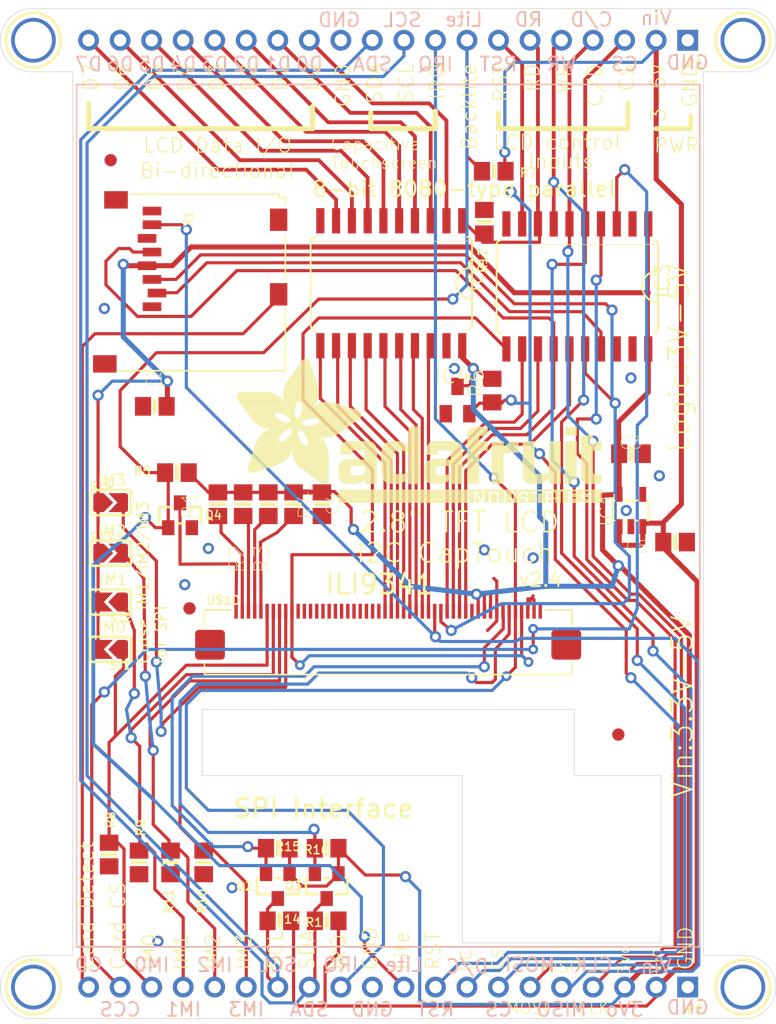
<source format=kicad_pcb>
(kicad_pcb (version 20211014) (generator pcbnew)
  (layers (0 "F.Cu" signal) (1 "In1.Cu" signal) (2 "In2.Cu" signal) (3 "In3.Cu" signal) (4 "In4.Cu" signal) (5 "In5.Cu" signal) (6 "In6.Cu" signal) (7 "In7.Cu" signal) (8 "In8.Cu" signal) (9 "In9.Cu" signal) (10 "In10.Cu" signal) (11 "In11.Cu" signal) (12 "In12.Cu" signal) (13 "In13.Cu" signal) (14 "In14.Cu" signal) (31 "B.Cu" signal) (34 "B.Paste" user) (35 "F.Paste" user) (36 "B.SilkS" user "B.Silkscreen") (37 "F.SilkS" user "F.Silkscreen") (38 "B.Mask" user) (39 "F.Mask" user) (44 "Edge.Cuts" user))
  (net 0 "")
  (net 1 "GND")
  (net 2 "LCD_RST")
  (net 3 "LCD_DATA7")
  (net 4 "LCD_DATA6")
  (net 5 "LCD_DATA5")
  (net 6 "LCD_DATA4")
  (net 7 "LCD_DATA3")
  (net 8 "LCD_DATA2")
  (net 9 "LCD_DATA1")
  (net 10 "LCD_DATA0")
  (net 11 "LCD_CS")
  (net 12 "LCD_WR")
  (net 13 "LCD_RD")
  (net 14 "LCD_RS")
  (net 15 "N$1")
  (net 16 "N$2")
  (net 17 "N$3")
  (net 18 "N$4")
  (net 19 "LCD_LITE")
  (net 20 "LCD_CS_5V")
  (net 21 "LCD_RS_5V")
  (net 22 "LCD_WR_5V")
  (net 23 "LCD_RD_5V")
  (net 24 "LCD_RST_5V")
  (net 25 "LCD_DATA0_5V")
  (net 26 "LCD_DATA1_5V")
  (net 27 "LCD_DATA2_5V")
  (net 28 "LCD_DATA3_5V")
  (net 29 "LCD_DATA4_5V")
  (net 30 "LCD_DATA5_5V")
  (net 31 "LCD_DATA6_5V")
  (net 32 "LCD_DATA7_5V")
  (net 33 "+5V")
  (net 34 "VCC")
  (net 35 "N$5")
  (net 36 "SDI_3V")
  (net 37 "SDO")
  (net 38 "SDI_5V")
  (net 39 "IM0")
  (net 40 "IM1")
  (net 41 "IM2")
  (net 42 "IM3")
  (net 43 "SD_CS_5V")
  (net 44 "SD_CS_3V")
  (net 45 "CARDDET")
  (net 46 "SCL_3V")
  (net 47 "SDA_3V")
  (net 48 "CTP_IRQ")
  (net 49 "SDA_5V")
  (net 50 "SCL_5V")
  (footprint "boardEagle:FIDUCIAL_1MM" (layer "F.Cu") (at 132.4991 112.6236)
    (fp_text reference "U$23" hide)
    (fp_text value "FIDUCIAL" hide)
  )
  (footprint "boardEagle:SOT23" (layer "F.Cu") (at 154.0891 95.8596)
    (fp_text reference "IC4")
    (fp_text value "APX803-SAG")
  )
  (footprint "boardEagle:SOT23-WIDE" (layer "F.Cu") (at 143.5481 134.9756 180)
    (fp_text reference "Q3")
    (fp_text value "BSS138")
  )
  (footprint "boardEagle:MOUNTINGHOLE_3.0_PLATEDTHIN" (layer "F.Cu") (at 119.9261 66.9036)
    (fp_text reference "U$16" hide)
    (fp_text value "MOUNTINGHOLE3.0THIN" hide)
  )
  (footprint "boardEagle:0805-NO" (layer "F.Cu") (at 156.2481 81.5086 -90)
    (fp_text reference "R12")
    (fp_text value "10K")
  )
  (footprint "boardEagle:0805-NO" (layer "F.Cu") (at 130.9751 133.0706 -90)
    (fp_text reference "R11")
    (fp_text value "10K")
  )
  (footprint "boardEagle:0805-NO" (layer "F.Cu") (at 129.7051 96.3676 180)
    (fp_text reference "C1")
    (fp_text value "10uF")
  )
  (footprint "boardEagle:SOLDERJUMPER_ARROW_NOPASTE" (layer "F.Cu") (at 126.1491 112.1156 180)
    (fp_text reference "SJ2")
    (fp_text value "")
  )
  (footprint "boardEagle:MOUNTINGHOLE_3.0_PLATEDTHIN" (layer "F.Cu") (at 177.0761 143.1036)
    (fp_text reference "U$15" hide)
    (fp_text value "MOUNTINGHOLE3.0THIN" hide)
  )
  (footprint "boardEagle:0805-NO" (layer "F.Cu") (at 140.8811 104.2416 -90)
    (fp_text reference "R4")
    (fp_text value "10")
  )
  (footprint "boardEagle:0805-NO" (layer "F.Cu") (at 128.4351 133.0706 90)
    (fp_text reference "R9")
    (fp_text value "10K")
  )
  (footprint "boardEagle:ADAFRUIT_TEXT_30MM" (layer "F.Cu") (at 136.0551 104.1146)
    (fp_text reference "U$19" hide)
    (fp_text value "" hide)
  )
  (footprint "boardEagle:1X20_ROUND" (layer "F.Cu") (at 148.5011 66.9036 180)
    (fp_text reference "JP1")
    (fp_text value "")
  )
  (footprint "boardEagle:SOLDERJUMPER_ARROW_NOPASTE" (layer "F.Cu") (at 126.1491 115.9256 180)
    (fp_text reference "SJ1")
    (fp_text value "")
  )
  (footprint "boardEagle:0805-NO" (layer "F.Cu") (at 131.4831 101.7016 180)
    (fp_text reference "R5")
    (fp_text value "2.2K")
  )
  (footprint "boardEagle:SO20W" (layer "F.Cu") (at 163.7411 86.7156 180)
    (fp_text reference "IC3")
    (fp_text value "74LVC245")
  )
  (footprint "boardEagle:FIDUCIAL_1MM" (layer "F.Cu") (at 167.0431 122.7836)
    (fp_text reference "U$9" hide)
    (fp_text value "FIDUCIAL" hide)
  )
  (footprint "boardEagle:SOLDERJUMPER_ARROW_NOPASTE" (layer "F.Cu") (at 126.1491 104.1146)
    (fp_text reference "SJ4")
    (fp_text value "")
  )
  (footprint "boardEagle:0805-NO" (layer "F.Cu") (at 143.1671 104.2416 -90)
    (fp_text reference "C4")
    (fp_text value "10uF")
  )
  (footprint "boardEagle:0805-NO" (layer "F.Cu") (at 143.5481 137.7696 180)
    (fp_text reference "R14")
    (fp_text value "10K")
  )
  (footprint "boardEagle:SOT23-WIDE" (layer "F.Cu") (at 131.7371 105.1306)
    (fp_text reference "Q4")
    (fp_text value "BSS138")
  )
  (footprint "boardEagle:0805-NO" (layer "F.Cu") (at 136.8171 104.2416 -90)
    (fp_text reference "R2")
    (fp_text value "10")
  )
  (footprint "boardEagle:R0805" (layer "F.Cu") (at 156.8831 95.0976 90)
    (fp_text reference "R6")
    (fp_text value "10K")
  )
  (footprint "boardEagle:0805-NO" (layer "F.Cu") (at 157.0101 77.4446)
    (fp_text reference "R7")
    (fp_text value "1K")
  )
  (footprint "boardEagle:SO20W" (layer "F.Cu") (at 148.7551 86.4616 180)
    (fp_text reference "IC2")
    (fp_text value "74LVC245")
  )
  (footprint "boardEagle:0805-NO" (layer "F.Cu") (at 134.7851 104.2416 -90)
    (fp_text reference "R1")
    (fp_text value "10")
  )
  (footprint "boardEagle:SOT23-5L" (layer "F.Cu") (at 168.0591 104.7496)
    (fp_text reference "IC1")
    (fp_text value "MIC5225-3.3")
  )
  (footprint "boardEagle:0805-NO" (layer "F.Cu") (at 138.8491 104.2416 -90)
    (fp_text reference "R3")
    (fp_text value "10")
  )
  (footprint "boardEagle:1X20_ROUND" (layer "F.Cu") (at 148.5011 143.1036 180)
    (fp_text reference "JP2")
    (fp_text value "")
  )
  (footprint "boardEagle:0805-NO" (layer "F.Cu") (at 126.0221 132.4356 90)
    (fp_text reference "R8")
    (fp_text value "10K")
  )
  (footprint "boardEagle:0805-NO" (layer "F.Cu") (at 168.0591 100.1776)
    (fp_text reference "C3")
    (fp_text value "10uF")
  )
  (footprint "boardEagle:SOLDERJUMPER_ARROW_NOPASTE" (layer "F.Cu") (at 126.1491 108.1786)
    (fp_text reference "SJ3")
    (fp_text value "")
  )
  (footprint "boardEagle:0805-NO" (layer "F.Cu") (at 139.6111 131.9276)
    (fp_text reference "R16")
    (fp_text value "10K")
  )
  (footprint "boardEagle:MOUNTINGHOLE_3.0_PLATEDTHIN" (layer "F.Cu") (at 119.9261 143.1036)
    (fp_text reference "U$7" hide)
    (fp_text value "MOUNTINGHOLE3.0THIN" hide)
  )
  (footprint "boardEagle:0805-NO" (layer "F.Cu") (at 133.6421 133.0706 -90)
    (fp_text reference "R10")
    (fp_text value "10K")
  )
  (footprint "boardEagle:MICROSD" (layer "F.Cu") (at 140.1191 79.3496 -90)
    (fp_text reference "X1")
    (fp_text value "microSD")
  )
  (footprint "boardEagle:MOUNTINGHOLE_3.0_PLATEDTHIN" (layer "F.Cu") (at 177.0761 66.9036)
    (fp_text reference "U$17" hide)
    (fp_text value "MOUNTINGHOLE3.0THIN" hide)
  )
  (footprint "boardEagle:SOT23-WIDE" (layer "F.Cu") (at 139.6111 134.9756 180)
    (fp_text reference "Q2")
    (fp_text value "BSS138")
  )
  (footprint "boardEagle:FIDUCIAL_1MM" (layer "F.Cu") (at 126.1491 76.5556)
    (fp_text reference "U$11" hide)
    (fp_text value "FIDUCIAL" hide)
  )
  (footprint "boardEagle:0805-NO" (layer "F.Cu") (at 143.5481 131.9276 180)
    (fp_text reference "R15")
    (fp_text value "10K")
  )
  (footprint "boardEagle:0805-NO" (layer "F.Cu") (at 139.7381 137.7696)
    (fp_text reference "R13")
    (fp_text value "10K")
  )
  (footprint "boardEagle:0805-NO" (layer "F.Cu") (at 171.6151 107.2896)
    (fp_text reference "C5")
    (fp_text value "10uF")
  )
  (footprint "boardEagle:TFT_2.83IN_240X320_50PIN" (layer "B.Cu") (at 148.5011 102.4636 180)
    (fp_text reference "U$10")
    (fp_text value "2.8\" CTP ILI9341")
  )
  (gr_line (start 147.1041 74.0156) (end 152.3111 74.0156) (layer "F.SilkS") (width 0.4064))
  (gr_line (start 124.3711 74.0156) (end 142.4051 74.0156) (layer "F.SilkS") (width 0.4064))
  (gr_line (start 142.4051 74.0156) (end 142.4051 72.2376) (layer "F.SilkS") (width 0.4064))
  (gr_line (start 167.8051 74.0156) (end 167.8051 71.9836) (layer "F.SilkS") (width 0.4064))
  (gr_line (start 157.3911 74.0156) (end 167.8051 74.0156) (layer "F.SilkS") (width 0.4064))
  (gr_line (start 172.8851 74.0156) (end 172.8851 72.9996) (layer "F.SilkS") (width 0.4064))
  (gr_line (start 147.1041 72.7456) (end 147.1041 74.0156) (layer "F.SilkS") (width 0.4064))
  (gr_line (start 124.3711 71.9836) (end 124.3711 74.0156) (layer "F.SilkS") (width 0.4064))
  (gr_line (start 152.3111 74.0156) (end 152.3111 72.6186) (layer "F.SilkS") (width 0.4064))
  (gr_line (start 170.0911 74.0156) (end 172.8851 74.0156) (layer "F.SilkS") (width 0.4064))
  (gr_line (start 157.3911 72.7456) (end 157.3911 74.0156) (layer "F.SilkS") (width 0.4064))
  (gr_line (start 177.2031 140.5636) (end 173.9011 140.5636) (layer "Edge.Cuts") (width 0.05))
  (gr_arc (start 177.2031 64.3636) (mid 178.999151 65.107549) (end 179.7431 66.9036) (layer "Edge.Cuts") (width 0.05))
  (gr_line (start 123.1011 69.4436) (end 123.1011 140.5636) (layer "Edge.Cuts") (width 0.05))
  (gr_line (start 177.2031 64.3636) (end 119.7991 64.3636) (layer "Edge.Cuts") (width 0.05))
  (gr_line (start 170.4721 126.0856) (end 163.4871 126.0856) (layer "Edge.Cuts") (width 0.05))
  (gr_arc (start 179.7431 143.1036) (mid 178.999151 144.899651) (end 177.2031 145.6436) (layer "Edge.Cuts") (width 0.05))
  (gr_line (start 119.7991 69.4436) (end 123.1011 69.4436) (layer "Edge.Cuts") (width 0.05))
  (gr_line (start 173.9011 69.4436) (end 177.2031 69.4436) (layer "Edge.Cuts") (width 0.05))
  (gr_line (start 163.4871 126.0856) (end 163.4871 120.7516) (layer "Edge.Cuts") (width 0.05))
  (gr_line (start 123.1011 140.5636) (end 119.7991 140.5636) (layer "Edge.Cuts") (width 0.05))
  (gr_line (start 133.5151 120.7516) (end 133.5151 126.0856) (layer "Edge.Cuts") (width 0.05))
  (gr_arc (start 117.2591 66.9036) (mid 118.003049 65.107549) (end 119.7991 64.3636) (layer "Edge.Cuts") (width 0.05))
  (gr_line (start 119.7991 145.6436) (end 177.2031 145.6436) (layer "Edge.Cuts") (width 0.05))
  (gr_arc (start 119.7991 69.4436) (mid 118.003049 68.699651) (end 117.2591 66.9036) (layer "Edge.Cuts") (width 0.05))
  (gr_line (start 133.5151 126.0856) (end 154.4701 126.0856) (layer "Edge.Cuts") (width 0.05))
  (gr_arc (start 179.7431 66.9036) (mid 178.999151 68.699651) (end 177.2031 69.4436) (layer "Edge.Cuts") (width 0.05))
  (gr_line (start 154.4701 126.0856) (end 154.4701 139.5476) (layer "Edge.Cuts") (width 0.05))
  (gr_arc (start 177.2031 140.5636) (mid 178.999151 141.307549) (end 179.7431 143.1036) (layer "Edge.Cuts") (width 0.05))
  (gr_line (start 170.4721 139.5476) (end 170.4721 126.0856) (layer "Edge.Cuts") (width 0.05))
  (gr_line (start 154.4701 139.5476) (end 170.4721 139.5476) (layer "Edge.Cuts") (width 0.05))
  (gr_line (start 173.9011 140.5636) (end 173.9011 69.4436) (layer "Edge.Cuts") (width 0.05))
  (gr_arc (start 117.2591 143.1036) (mid 118.003049 141.307549) (end 119.7991 140.5636) (layer "Edge.Cuts") (width 0.05))
  (gr_line (start 163.4871 120.7516) (end 133.5151 120.7516) (layer "Edge.Cuts") (width 0.05))
  (gr_arc (start 119.7991 145.6436) (mid 118.003049 144.899651) (end 117.2591 143.1036) (layer "Edge.Cuts") (width 0.05))
  (gr_text "Vin" (at 170.0911 142.0876) (layer "B.SilkS") (effects (font (size 1.1176 1.1176) (thickness 0.1524)) (justify bottom mirror)))
  (gr_text "IRQ" (at 152.3111 68.1736) (layer "B.SilkS") (effects (font (size 1.1176 1.1176) (thickness 0.1524)) (justify top mirror)))
  (gr_text "Lite" (at 154.5971 65.8876) (layer "B.SilkS") (effects (font (size 1.1176 1.1176) (thickness 0.1524)) (justify bottom mirror)))
  (gr_text "IRQ" (at 144.6911 141.9606) (layer "B.SilkS") (effects (font (size 1.1176 1.1176) (thickness 0.1524)) (justify bottom mirror)))
  (gr_text "IM0" (at 129.4511 141.9606) (layer "B.SilkS") (effects (font (size 1.1176 1.1176) (thickness 0.1524)) (justify bottom mirror)))
  (gr_text "RD" (at 159.8041 65.8876) (layer "B.SilkS") (effects (font (size 1.1176 1.1176) (thickness 0.1524)) (justify bottom mirror)))
  (gr_text "GND" (at 172.6311 68.0466) (layer "B.SilkS") (effects (font (size 1.1176 1.1176) (thickness 0.1524)) (justify top mirror)))
  (gr_text "D0" (at 142.1511 68.1736) (layer "B.SilkS") (effects (font (size 1.1176 1.1176) (thickness 0.1524)) (justify top mirror)))
  (gr_text "MISO" (at 162.4711 144.2466) (layer "B.SilkS") (effects (font (size 1.1176 1.1176) (thickness 0.1524)) (justify top mirror)))
  (gr_text "SDA" (at 142.1511 144.2466) (layer "B.SilkS") (effects (font (size 1.1176 1.1176) (thickness 0.1524)) (justify top mirror)))
  (gr_text "CLK" (at 165.0111 141.9606) (layer "B.SilkS") (effects (font (size 1.1176 1.1176) (thickness 0.1524)) (justify bottom mirror)))
  (gr_text "CS" (at 167.5511 68.1736) (layer "B.SilkS") (effects (font (size 1.1176 1.1176) (thickness 0.1524)) (justify top mirror)))
  (gr_text "D5" (at 129.4511 68.1736) (layer "B.SilkS") (effects (font (size 1.1176 1.1176) (thickness 0.1524)) (justify top mirror)))
  (gr_text "D6" (at 126.9111 68.1736) (layer "B.SilkS") (effects (font (size 1.1176 1.1176) (thickness 0.1524)) (justify top mirror)))
  (gr_text "D1" (at 139.6111 68.1736) (layer "B.SilkS") (effects (font (size 1.1176 1.1176) (thickness 0.1524)) (justify top mirror)))
  (gr_text "CD" (at 124.3711 141.9606) (layer "B.SilkS") (effects (font (size 1.1176 1.1176) (thickness 0.1524)) (justify bottom mirror)))
  (gr_text "IM1" (at 131.9911 144.2466) (layer "B.SilkS") (effects (font (size 1.1176 1.1176) (thickness 0.1524)) (justify top mirror)))
  (gr_text "RST" (at 157.3911 68.1736) (layer "B.SilkS") (effects (font (size 1.1176 1.1176) (thickness 0.1524)) (justify top mirror)))
  (gr_text "D2" (at 137.0711 68.1736) (layer "B.SilkS") (effects (font (size 1.1176 1.1176) (thickness 0.1524)) (justify top mirror)))
  (gr_text "GND" (at 172.6311 145.3896) (layer "B.SilkS") (effects (font (size 1.1176 1.1176) (thickness 0.1524)) (justify bottom mirror)))
  (gr_text "Lite" (at 149.7711 141.9606) (layer "B.SilkS") (effects (font (size 1.1176 1.1176) (thickness 0.1524)) (justify bottom mirror)))
  (gr_text "3Vo" (at 167.5511 144.2466) (layer "B.SilkS") (effects (font (size 1.1176 1.1176) (thickness 0.1524)) (justify top mirror)))
  (gr_text "D4" (at 131.9911 68.1736) (layer "B.SilkS") (effects (font (size 1.1176 1.1176) (thickness 0.1524)) (justify top mirror)))
  (gr_text "D/C" (at 154.8511 142.0876) (layer "B.SilkS") (effects (font (size 1.1176 1.1176) (thickness 0.1524)) (justify bottom mirror)))
  (gr_text "D7" (at 124.3711 68.1736) (layer "B.SilkS") (effects (font (size 1.1176 1.1176) (thickness 0.1524)) (justify top mirror)))
  (gr_text "RST" (at 152.3111 144.2466) (layer "B.SilkS") (effects (font (size 1.1176 1.1176) (thickness 0.1524)) (justify top mirror)))
  (gr_text "IM3" (at 137.0711 144.2466) (layer "B.SilkS") (effects (font (size 1.1176 1.1176) (thickness 0.1524)) (justify top mirror)))
  (gr_text "SDA" (at 147.2311 68.1736) (layer "B.SilkS") (effects (font (size 1.1176 1.1176) (thickness 0.1524)) (justify top mirror)))
  (gr_text "CCS" (at 126.9111 144.2466) (layer "B.SilkS") (effects (font (size 1.1176 1.1176) (thickness 0.1524)) (justify top mirror)))
  (gr_text "CS" (at 157.3911 144.2466) (layer "B.SilkS") (effects (font (size 1.1176 1.1176) (thickness 0.1524)) (justify top mirror)))
  (gr_text "SCL" (at 139.6111 141.9606) (layer "B.SilkS") (effects (font (size 1.1176 1.1176) (thickness 0.1524)) (justify bottom mirror)))
  (gr_text "GND" (at 144.5641 64.6176) (layer "B.SilkS") (effects (font (size 1.1176 1.1176) (thickness 0.1524)) (justify top mirror)))
  (gr_text "C/D" (at 164.8841 65.8876) (layer "B.SilkS") (effects (font (size 1.1176 1.1176) (thickness 0.1524)) (justify bottom mirror)))
  (gr_text "WR" (at 162.4711 68.1736) (layer "B.SilkS") (effects (font (size 1.1176 1.1176) (thickness 0.1524)) (justify top mirror)))
  (gr_text "GND" (at 147.2311 144.2466) (layer "B.SilkS") (effects (font (size 1.1176 1.1176) (thickness 0.1524)) (justify top mirror)))
  (gr_text "Vin" (at 170.0911 65.7606) (layer "B.SilkS") (effects (font (size 1.1176 1.1176) (thickness 0.1524)) (justify bottom mirror)))
  (gr_text "MOSI" (at 159.9311 141.9606) (layer "B.SilkS") (effects (font (size 1.1176 1.1176) (thickness 0.1524)) (justify bottom mirror)))
  (gr_text "SCL" (at 149.6441 64.6176) (layer "B.SilkS") (effects (font (size 1.1176 1.1176) (thickness 0.1524)) (justify top mirror)))
  (gr_text "IM2" (at 134.5311 141.9606) (layer "B.SilkS") (effects (font (size 1.1176 1.1176) (thickness 0.1524)) (justify bottom mirror)))
  (gr_text "D3" (at 134.5311 68.1736) (layer "B.SilkS") (effects (font (size 1.1176 1.1176) (thickness 0.1524)) (justify top mirror)))
  (gr_text "Vin:3.3V-5V" (at 173.1391 127.9906 90) (layer "F.SilkS") (effects (font (size 1.63576 1.63576) (thickness 0.14224)) (justify left bottom)))
  (gr_text "Logic:3V-5V" (at 172.8851 100.1776 90) (layer "F.SilkS") (effects (font (size 1.63576 1.63576) (thickness 0.14224)) (justify left bottom)))
  (gr_text "LCD control" (at 156.8831 75.7936) (layer "F.SilkS") (effects (font (size 1.1684 1.1684) (thickness 0.1016)) (justify left bottom)))
  (gr_text "CS" (at 167.0431 68.6816 90) (layer "F.SilkS") (effects (font (size 1.1684 1.1684) (thickness 0.1016)) (justify right top)))
  (gr_text "MOSI" (at 161.4551 144.2466) (layer "F.SilkS") (effects (font (size 0.93472 0.93472) (thickness 0.08128)) (justify right top)))
  (gr_text "GND" (at 144.1831 68.6816 90) (layer "F.SilkS") (effects (font (size 1.1684 1.1684) (thickness 0.1016)) (justify right top)))
  (gr_text "2.8\" TFT LCD" (at 146.0881 106.6546) (layer "F.SilkS") (effects (font (size 1.63576 1.63576) (thickness 0.14224)) (justify left bottom)))
  (gr_text "CLK" (at 166.4081 144.2466) (layer "F.SilkS") (effects (font (size 0.93472 0.93472) (thickness 0.08128)) (justify right top)))
  (gr_text "GND" (at 172.1231 68.6816 90) (layer "F.SilkS") (effects (font (size 1.1684 1.1684) (thickness 0.1016)) (justify right top)))
  (gr_text "D6" (at 126.4031 68.6816 90) (layer "F.SilkS") (effects (font (size 1.1684 1.1684) (thickness 0.1016)) (justify right top)))
  (gr_text "v2.4" (at 158.9151 110.9726) (layer "F.SilkS") (effects (font (size 1.1176 1.1176) (thickness 0.1524)) (justify left bottom)))
  (gr_text "C/D" (at 164.5031 68.6816 90) (layer "F.SilkS") (effects (font (size 1.1684 1.1684) (thickness 0.1016)) (justify right top)))
  (gr_text "GND" (at 147.7391 141.8336 90) (layer "F.SilkS") (effects (font (size 1.1684 1.1684) (thickness 0.1016)) (justify left bottom)))
  (gr_text "D0" (at 141.6431 68.6816 90) (layer "F.SilkS") (effects (font (size 1.1684 1.1684) (thickness 0.1016)) (justify right top)))
  (gr_text "3-5V" (at 169.5831 68.6816 90) (layer "F.SilkS") (effects (font (size 1.1684 1.1684) (thickness 0.1016)) (justify right top)))
  (gr_text "ILI9341" (at 143.2941 111.6076) (layer "F.SilkS") (effects (font (size 1.56464 1.56464) (thickness 0.21336)) (justify left bottom)))
  (gr_text "IM3" (at 125.0061 102.8446) (layer "F.SilkS") (effects (font (size 0.89408 0.89408) (thickness 0.12192)) (justify left bottom)))
  (gr_text "RD" (at 159.4231 68.6816 90) (layer "F.SilkS") (effects (font (size 1.1684 1.1684) (thickness 0.1016)) (justify right top)))
  (gr_text "Vin" (at 170.5991 142.0876 90) (layer "F.SilkS") (effects (font (size 0.93472 0.93472) (thickness 0.08128)) (justify left bottom)))
  (gr_text "MISO" (at 164.1221 140.9446) (layer "F.SilkS") (effects (font (size 0.93472 0.93472) (thickness 0.08128)) (justify right top)))
  (gr_text "D1" (at 139.1031 68.6816 90) (layer "F.SilkS") (effects (font (size 1.1684 1.1684) (thickness 0.1016)) (justify right top)))
  (gr_text "D2" (at 136.5631 68.6816 90) (layer "F.SilkS") (effects (font (size 1.1684 1.1684) (thickness 0.1016)) (justify right top)))
  (gr_text "D3" (at 134.0231 68.6816 90) (layer "F.SilkS") (effects (font (size 1.1684 1.1684) (thickness 0.1016)) (justify right top)))
  (gr_text "DC" (at 155.3591 141.9606 90) (layer "F.SilkS") (effects (font (size 0.93472 0.93472) (thickness 0.08128)) (justify left bottom)))
  (gr_text "I2C CapTouch" (at 145.8341 109.0676) (layer "F.SilkS") (effects (font (size 1.542288 1.542288) (thickness 0.134112)) (justify left bottom)))
  (gr_text "3Vo" (at 168.0591 142.2146 90) (layer "F.SilkS") (effects (font (size 0.93472 0.93472) (thickness 0.08128)) (justify left bottom)))
  (gr_text "IM2" (at 135.0391 141.8336 90) (layer "F.SilkS") (effects (font (size 1.1684 1.1684) (thickness 0.1016)) (justify left bottom)))
  (gr_text "IM1" (at 132.4991 141.8336 90) (layer "F.SilkS") (effects (font (size 1.1684 1.1684) (thickness 0.1016)) (justify left bottom)))
  (gr_text "Close IM1/IM2/IM3\nfor SPI" (at 130.7211 117.1956 90) (layer "F.SilkS") (effects (font (size 0.89408 0.89408) (thickness 0.12192)) (justify left bottom)))
  (gr_text "IRQ" (at 145.1991 141.8336 90) (layer "F.SilkS") (effects (font (size 1.1684 1.1684) (thickness 0.1016)) (justify left bottom)))
  (gr_text "SDA" (at 146.7231 68.6816 90) (layer "F.SilkS") (effects (font (size 1.1684 1.1684) (thickness 0.1016)) (justify right top)))
  (gr_text "Card Detect" (at 124.8791 141.8336 90) (layer "F.SilkS") (effects (font (size 1.1684 1.1684) (thickness 0.1016)) (justify left bottom)))
  (gr_text "CS" (at 157.8991 141.8336 90) (layer "F.SilkS") (effects (font (size 0.93472 0.93472) (thickness 0.08128)) (justify left bottom)))
  (gr_text "D7" (at 123.8631 68.6816 90) (layer "F.SilkS") (effects (font (size 1.1684 1.1684) (thickness 0.1016)) (justify right top)))
  (gr_text "Card CS" (at 127.4191 141.8336 90) (layer "F.SilkS") (effects (font (size 1.1684 1.1684) (thickness 0.1016)) (justify left bottom)))
  (gr_text "IM0" (at 129.9591 141.8336 90) (layer "F.SilkS") (effects (font (size 1.1684 1.1684) (thickness 0.1016)) (justify left bottom)))
  (gr_text "D5" (at 128.9431 68.6816 90) (layer "F.SilkS") (effects (font (size 1.1684 1.1684) (thickness 0.1016)) (justify right top)))
  (gr_text "RST" (at 152.8191 141.8336 90) (layer "F.SilkS") (effects (font (size 1.1684 1.1684) (thickness 0.1016)) (justify left bottom)))
  (gr_text "IRQ" (at 151.8031 68.6816 90) (layer "F.SilkS") (effects (font (size 1.1684 1.1684) (thickness 0.1016)) (justify right top)))
  (gr_text "LCD Data I/O" (at 128.6891 76.0476) (layer "F.SilkS") (effects (font (size 1.1684 1.1684) (thickness 0.1016)) (justify left bottom)))
  (gr_text "SCL" (at 140.1191 141.8336 90) (layer "F.SilkS") (effects (font (size 1.1684 1.1684) (thickness 0.1016)) (justify left bottom)))
  (gr_text "PWR" (at 169.8371 76.0476) (layer "F.SilkS") (effects (font (size 1.1684 1.1684) (thickness 0.1016)) (justify left bottom)))
  (gr_text "Bi-directional" (at 128.4351 78.0796) (layer "F.SilkS") (effects (font (size 1.1684 1.1684) (thickness 0.1016)) (justify left bottom)))
  (gr_text "IM2" (at 125.0061 106.9086) (layer "F.SilkS") (effects (font (size 0.89408 0.89408) (thickness 0.12192)) (justify left bottom)))
  (gr_text "Inputs" (at 159.6771 77.3176) (layer "F.SilkS") (effects (font (size 1.1684 1.1684) (thickness 0.1016)) (justify left bottom)))
  (gr_text "RST" (at 156.8831 68.6816 90) (layer "F.SilkS") (effects (font (size 1.1684 1.1684) (thickness 0.1016)) (justify right top)))
  (gr_text "GND" (at 173.1391 141.8336 90) (layer "F.SilkS") (effects (font (size 1.1684 1.1684) (thickness 0.1016)) (justify left bottom)))
  (gr_text "Backlite" (at 154.3431 68.6816 90) (layer "F.SilkS") (effects (font (size 1.1684 1.1684) (thickness 0.1016)) (justify right top)))
  (gr_text "IM3" (at 137.5791 141.8336 90) (layer "F.SilkS") (effects (font (size 1.1684 1.1684) (thickness 0.1016)) (justify left bottom)))
  (gr_text "SCL" (at 149.2631 68.6816 90) (layer "F.SilkS") (effects (font (size 1.1684 1.1684) (thickness 0.1016)) (justify right top)))
  (gr_text "IM0" (at 125.0061 114.6556) (layer "F.SilkS") (effects (font (size 0.89408 0.89408) (thickness 0.12192)) (justify left bottom)))
  (gr_text "Capacitive\nTouchscreen" (at 143.8021 77.3176) (layer "F.SilkS") (effects (font (size 0.93472 0.93472) (thickness 0.08128)) (justify left bottom)))
  (gr_text "8-bit 8080-type parallel" (at 142.2781 79.6036) (layer "F.SilkS") (effects (font (size 1.251712 1.251712) (thickness 0.170688)) (justify left bottom)))
  (gr_text "IM1" (at 125.1331 110.8456) (layer "F.SilkS") (effects (font (size 0.89408 0.89408) (thickness 0.12192)) (justify left bottom)))
  (gr_text "SDA" (at 142.6591 141.8336 90) (layer "F.SilkS") (effects (font (size 1.1684 1.1684) (thickness 0.1016)) (justify left bottom)))
  (gr_text "SPI Interface" (at 143.2941 127.8636) (layer "F.SilkS") (effects (font (size 1.475232 1.475232) (thickness 0.201168)) (justify top)))
  (gr_text "WR" (at 161.9631 68.6816 90) (layer "F.SilkS") (effects (font (size 1.1684 1.1684) (thickness 0.1016)) (justify right top)))
  (gr_text "Lite" (at 150.2791 141.8336 90) (layer "F.SilkS") (effects (font (size 1.1684 1.1684) (thickness 0.1016)) (justify left bottom)))
  (gr_text "D4" (at 131.4831 68.6816 90) (layer "F.SilkS") (effects (font (size 1.1684 1.1684) (thickness 0.1016)) (justify right top)))
  (segment (start 159.7511 111.8616) (end 160.1851 111.8616) (width 0.254) (layer "F.Cu") (net 1))
  (segment (start 157.2511 112.8536) (end 157.2511 110.4516) (width 0.254) (layer "F.Cu") (net 1))
  (segment (start 159.8041 112.2186) (end 160.1851 111.6076) (width 0.254) (layer "F.Cu") (net 1))
  (segment (start 160.1851 111.8616) (end 160.2511 111.9276) (width 0.254) (layer "F.Cu") (net 1))
  (segment (start 157.2511 113.6526) (end 156.5021 114.4016) (width 0.254) (layer "F.Cu") (net 1))
  (segment (start 157.2511 112.8536) (end 157.2511 113.6526) (width 0.254) (layer "F.Cu") (net 1))
  (segment (start 157.2511 110.4516) (end 157.0101 110.2106) (width 0.254) (layer "F.Cu") (net 1))
  (segment (start 159.7511 112.8536) (end 159.7511 111.8616) (width 0.254) (layer "F.Cu") (net 1))
  (segment (start 159.7511 112.8536) (end 159.8041 112.2186) (width 0.254) (layer "F.Cu") (net 1))
  (segment (start 160.2511 111.9276) (end 160.2511 112.8536) (width 0.254) (layer "F.Cu") (net 1))
  (via (at 132.1181 110.7186) (size 0.9064) (drill 0.5) (layers "F.Cu" "B.Cu") (net 1))
  (via (at 168.0591 94.0816) (size 0.9064) (drill 0.5) (layers "F.Cu" "B.Cu") (net 1))
  (via (at 170.3451 101.9556) (size 0.9064) (drill 0.5) (layers "F.Cu" "B.Cu") (net 1))
  (via (at 167.6781 104.7496) (size 0.9064) (drill 0.5) (layers "F.Cu" "B.Cu") (net 1))
  (via (at 129.9591 139.4206) (size 0.9064) (drill 0.5) (layers "F.Cu" "B.Cu") (net 1))
  (via (at 125.6411 88.4936) (size 0.9064) (drill 0.5) (layers "F.Cu" "B.Cu") (net 1))
  (via (at 135.9281 135.1026) (size 0.9064) (drill 0.5) (layers "F.Cu" "B.Cu") (net 1))
  (via (at 153.8351 93.3196) (size 0.9064) (drill 0.5) (layers "F.Cu" "B.Cu") (net 1))
  (via (at 160.1851 108.5596) (size 0.9064) (drill 0.5) (layers "F.Cu" "B.Cu") (net 1))
  (via (at 134.0231 107.7976) (size 0.9064) (drill 0.5) (layers "F.Cu" "B.Cu") (net 1))
  (via (at 156.2481 107.9246) (size 0.9064) (drill 0.5) (layers "F.Cu" "B.Cu") (net 1))
  (segment (start 147.2311 101.4476) (end 141.6431 95.8596) (width 0.254) (layer "F.Cu") (net 2))
  (segment (start 140.7511 112.8536) (end 140.7511 108.3056) (width 0.254) (layer "F.Cu") (net 2))
  (segment (start 141.6431 95.8596) (end 141.6431 90.5256) (width 0.254) (layer "F.Cu") (net 2))
  (segment (start 147.2311 108.3056) (end 147.2311 101.4476) (width 0.254) (layer "F.Cu") (net 2))
  (segment (start 142.9131 89.2556) (end 155.5369 89.2556) (width 0.254) (layer "F.Cu") (net 2))
  (segment (start 155.5369 89.2556) (end 158.0261 91.7448) (width 0.254) (layer "F.Cu") (net 2))
  (segment (start 141.3891 117.1956) (end 140.7511 116.5576) (width 0.254) (layer "F.Cu") (net 2))
  (segment (start 141.6431 90.5256) (end 142.9131 89.2556) (width 0.254) (layer "F.Cu") (net 2))
  (segment (start 159.2511 112.8536) (end 159.2511 116.3886) (width 0.254) (layer "F.Cu") (net 2))
  (segment (start 140.7511 108.3056) (end 147.2311 108.3056) (width 0.254) (layer "F.Cu") (net 2))
  (segment (start 140.7511 116.5576) (end 140.7511 112.8536) (width 0.254) (layer "F.Cu") (net 2))
  (segment (start 159.2511 116.3886) (end 159.8041 116.9416) (width 0.254) (layer "F.Cu") (net 2))
  (via (at 159.8041 116.9416) (size 0.8001) (drill 0.3937) (layers "F.Cu" "B.Cu") (net 2))
  (via (at 141.3891 117.1956) (size 0.8001) (drill 0.3937) (layers "F.Cu" "B.Cu") (net 2))
  (segment (start 142.1511 116.4336) (end 141.3891 117.1956) (width 0.254) (layer "B.Cu") (net 2))
  (segment (start 159.8041 116.9416) (end 159.2961 116.4336) (width 0.254) (layer "B.Cu") (net 2))
  (segment (start 159.2961 116.4336) (end 142.1511 116.4336) (width 0.254) (layer "B.Cu") (net 2))
  (segment (start 143.0401 95.7326) (end 143.0401 91.4908) (width 0.254) (layer "F.Cu") (net 3))
  (segment (start 148.2511 100.9436) (end 143.0401 95.7326) (width 0.254) (layer "F.Cu") (net 3))
  (segment (start 148.2511 112.8536) (end 148.2511 100.9436) (width 0.254) (layer "F.Cu") (net 3))
  (segment (start 148.7511 100.6816) (end 144.4371 96.3676) (width 0.254) (layer "F.Cu") (net 4))
  (segment (start 148.7511 112.8536) (end 148.7511 100.6816) (width 0.254) (layer "F.Cu") (net 4))
  (segment (start 144.4371 96.3676) (end 144.4371 91.6178) (width 0.254) (layer "F.Cu") (net 4))
  (segment (start 144.4371 91.6178) (end 144.3101 91.4908) (width 0.254) (layer "F.Cu") (net 4))
  (segment (start 149.2511 112.8536) (end 149.2511 100.1656) (width 0.254) (layer "F.Cu") (net 5))
  (segment (start 145.4531 96.3676) (end 145.4531 91.6178) (width 0.254) (layer "F.Cu") (net 5))
  (segment (start 149.2511 100.1656) (end 145.4531 96.3676) (width 0.254) (layer "F.Cu") (net 5))
  (segment (start 145.4531 91.6178) (end 145.5801 91.4908) (width 0.254) (layer "F.Cu") (net 5))
  (segment (start 149.7511 99.6496) (end 146.7231 96.6216) (width 0.254) (layer "F.Cu") (net 6))
  (segment (start 149.7511 112.8536) (end 149.7511 99.6496) (width 0.254) (layer "F.Cu") (net 6))
  (segment (start 146.7231 96.6216) (end 146.7231 91.6178) (width 0.254) (layer "F.Cu") (net 6))
  (segment (start 146.7231 91.6178) (end 146.8501 91.4908) (width 0.254) (layer "F.Cu") (net 6))
  (segment (start 148.2471 96.3676) (end 148.2471 91.6178) (width 0.254) (layer "F.Cu") (net 7))
  (segment (start 148.2471 91.6178) (end 148.1201 91.4908) (width 0.254) (layer "F.Cu") (net 7))
  (segment (start 150.2511 112.8536) (end 150.2511 98.3716) (width 0.254) (layer "F.Cu") (net 7))
  (segment (start 150.2511 98.3716) (end 148.2471 96.3676) (width 0.254) (layer "F.Cu") (net 7))
  (segment (start 149.5171 96.6216) (end 149.5171 91.6178) (width 0.254) (layer "F.Cu") (net 8))
  (segment (start 150.7511 112.8536) (end 150.7511 97.8556) (width 0.254) (layer "F.Cu") (net 8))
  (segment (start 149.5171 91.6178) (end 149.3901 91.4908) (width 0.254) (layer "F.Cu") (net 8))
  (segment (start 150.7511 97.8556) (end 149.5171 96.6216) (width 0.254) (layer "F.Cu") (net 8))
  (segment (start 151.2511 97.3396) (end 150.5331 96.6216) (width 0.254) (layer "F.Cu") (net 9))
  (segment (start 150.5331 96.6216) (end 150.5331 91.6178) (width 0.254) (layer "F.Cu") (net 9))
  (segment (start 151.2511 112.8536) (end 151.2511 97.3396) (width 0.254) (layer "F.Cu") (net 9))
  (segment (start 150.5331 91.6178) (end 150.6601 91.4908) (width 0.254) (layer "F.Cu") (net 9))
  (segment (start 151.7511 112.8536) (end 151.7511 91.6698) (width 0.254) (layer "F.Cu") (net 10))
  (segment (start 151.7511 91.6698) (end 151.9301 91.4908) (width 0.254) (layer "F.Cu") (net 10))
  (segment (start 154.7511 101.5476) (end 156.8831 99.4156) (width 0.254) (layer "F.Cu") (net 11))
  (segment (start 163.1061 96.2406) (end 163.1061 91.7448) (width 0.254) (layer "F.Cu") (net 11))
  (segment (start 156.8831 99.4156) (end 159.9311 99.4156) (width 0.254) (layer "F.Cu") (net 11))
  (segment (start 163.2331 91.8718) (end 163.1061 91.7448) (width 0.254) (layer "F.Cu") (net 11))
  (segment (start 154.7511 112.8536) (end 154.7511 101.5476) (width 0.254) (layer "F.Cu") (net 11))
  (segment (start 159.9311 99.4156) (end 163.1061 96.2406) (width 0.254) (layer "F.Cu") (net 11))
  (segment (start 160.5661 96.7486) (end 160.5661 91.7448) (width 0.254) (layer "F.Cu") (net 12))
  (segment (start 153.7511 112.8536) (end 153.7511 101.0236) (width 0.254) (layer "F.Cu") (net 12))
  (segment (start 156.6291 98.1456) (end 159.1691 98.1456) (width 0.254) (layer "F.Cu") (net 12))
  (segment (start 159.1691 98.1456) (end 160.5661 96.7486) (width 0.254) (layer "F.Cu") (net 12))
  (segment (start 160.6931 91.8718) (end 160.5661 91.7448) (width 0.254) (layer "F.Cu") (net 12))
  (segment (start 153.7511 101.0236) (end 156.6291 98.1456) (width 0.254) (layer "F.Cu") (net 12))
  (segment (start 153.2511 112.8536) (end 153.2511 100.7616) (width 0.254) (layer "F.Cu") (net 13))
  (segment (start 156.3751 97.6376) (end 158.6611 97.6376) (width 0.254) (layer "F.Cu") (net 13))
  (segment (start 153.2511 100.7616) (end 156.3751 97.6376) (width 0.254) (layer "F.Cu") (net 13))
  (segment (start 159.2961 97.0026) (end 159.2961 91.7448) (width 0.254) (layer "F.Cu") (net 13))
  (segment (start 158.6611 97.6376) (end 159.2961 97.0026) (width 0.254) (layer "F.Cu") (net 13))
  (segment (start 159.1691 91.8718) (end 159.2961 91.7448) (width 0.254) (layer "F.Cu") (net 13))
  (segment (start 154.2511 101.2856) (end 156.8831 98.6536) (width 0.254) (layer "F.Cu") (net 14))
  (segment (start 156.8831 98.6536) (end 159.6771 98.6536) (width 0.254) (layer "F.Cu") (net 14))
  (segment (start 154.2511 112.8536) (end 154.2511 101.2856) (width 0.254) (layer "F.Cu") (net 14))
  (segment (start 161.7091 91.8718) (end 161.8361 91.7448) (width 0.254) (layer "F.Cu") (net 14))
  (segment (start 128.3081 89.1286) (end 132.6261 89.1286) (width 0.254) (layer "F.Cu") (net 14))
  (segment (start 153.9621 85.4456) (end 157.7721 89.2556) (width 0.254) (layer "F.Cu") (net 14))
  (segment (start 125.7681 86.5886) (end 128.3081 89.1286) (width 0.254) (layer "F.Cu") (net 14))
  (segment (start 157.7721 89.2556) (end 161.4551 89.2556) (width 0.254) (layer "F.Cu") (net 14))
  (segment (start 161.4551 89.2556) (end 161.8361 89.6366) (width 0.254) (layer "F.Cu") (net 14))
  (segment (start 161.8361 89.6366) (end 161.8361 91.7448) (width 0.254) (layer "F.Cu") (net 14))
  (segment (start 161.8361 96.4946) (end 161.8361 91.7448) (width 0.254) (layer "F.Cu") (net 14))
  (segment (start 127.9551 83.9496) (end 127.6731 83.6676) (width 0.254) (layer "F.Cu") (net 14))
  (segment (start 127.6731 83.6676) (end 126.7841 83.6676) (width 0.254) (layer "F.Cu") (net 14))
  (segment (start 126.7841 83.6676) (end 125.7681 84.6836) (width 0.254) (layer "F.Cu") (net 14))
  (segment (start 129.4791 83.9496) (end 127.9551 83.9496) (width 0.254) (layer "F.Cu") (net 14))
  (segment (start 159.6771 98.6536) (end 161.8361 96.4946) (width 0.254) (layer "F.Cu") (net 14))
  (segment (start 125.7681 84.6836) (end 125.7681 86.5886) (width 0.254) (layer "F.Cu") (net 14))
  (segment (start 136.3091 85.4456) (end 153.9621 85.4456) (width 0.254) (layer "F.Cu") (net 14))
  (segment (start 132.6261 89.1286) (end 136.3091 85.4456) (width 0.254) (layer "F.Cu") (net 14))
  (segment (start 138.2141 107.2896) (end 139.5451 106.5276) (width 0.254) (layer "F.Cu") (net 15))
  (segment (start 138.2511 112.8536) (end 138.2511 110.1736) (width 0.254) (layer "F.Cu") (net 15))
  (segment (start 139.5451 106.5276) (end 140.8811 105.1916) (width 0.254) (layer "F.Cu") (net 15))
  (segment (start 138.2511 110.1736) (end 138.2141 107.2896) (width 0.254) (layer "F.Cu") (net 15))
  (segment (start 135.0391 105.4456) (end 134.7851 105.1916) (width 0.254) (layer "F.Cu") (net 16))
  (segment (start 136.7511 112.8536) (end 136.7511 108.2396) (width 0.254) (layer "F.Cu") (net 16))
  (segment (start 135.0391 106.5276) (end 135.0391 105.4456) (width 0.254) (layer "F.Cu") (net 16))
  (segment (start 136.7511 108.2396) (end 135.0391 106.5276) (width 0.254) (layer "F.Cu") (net 16))
  (segment (start 137.2511 112.8536) (end 137.2511 105.6256) (width 0.254) (layer "F.Cu") (net 17))
  (segment (start 137.2511 105.6256) (end 136.8171 105.1916) (width 0.254) (layer "F.Cu") (net 17))
  (segment (start 137.7511 106.2896) (end 138.8491 105.1916) (width 0.254) (layer "F.Cu") (net 18))
  (segment (start 137.7511 112.8536) (end 137.7511 106.2896) (width 0.254) (layer "F.Cu") (net 18))
  (segment (start 129.8321 92.0496) (end 138.4681 92.0496) (width 0.254) (layer "F.Cu") (net 19))
  (segment (start 130.5331 101.7016) (end 130.7871 101.9556) (width 0.254) (layer "F.Cu") (net 19))
  (segment (start 126.9111 95.0976) (end 129.8321 92.0496) (width 0.254) (layer "F.Cu") (net 19))
  (segment (start 129.0091 101.7016) (end 130.5331 101.7016) (width 0.254) (layer "F.Cu") (net 19))
  (segment (start 130.7871 101.9556) (end 130.7871 106.1306) (width 0.254) (layer "F.Cu") (net 19))
  (segment (start 129.7501 106.1306) (end 130.7871 106.1306) (width 0.254) (layer "F.Cu") (net 19))
  (segment (start 128.9431 105.3236) (end 129.7501 106.1306) (width 0.254) (layer "F.Cu") (net 19))
  (segment (start 154.8511 76.2356) (end 154.8511 66.9036) (width 0.254) (layer "F.Cu") (net 19))
  (segment (start 146.5961 139.0396) (end 146.5961 139.9286) (width 0.254) (layer "F.Cu") (net 19))
  (segment (start 126.9111 99.6036) (end 129.0091 101.7016) (width 0.254) (layer "F.Cu") (net 19))
  (segment (start 146.5961 139.9286) (end 149.7711 143.1036) (width 0.254) (layer "F.Cu") (net 19))
  (segment (start 156.0601 77.4446) (end 154.8511 76.2356) (width 0.254) (layer "F.Cu") (net 19))
  (segment (start 126.9111 99.6036) (end 126.9111 95.0976) (width 0.254) (layer "F.Cu") (net 19))
  (segment (start 138.4681 92.0496) (end 142.9131 87.7316) (width 0.254) (layer "F.Cu") (net 19))
  (segment (start 142.9131 87.7316) (end 153.7081 87.7316) (width 0.254) (layer "F.Cu") (net 19))
  (via (at 128.9431 105.3236) (size 0.9064) (drill 0.5) (layers "F.Cu" "B.Cu") (net 19))
  (via (at 146.5961 139.0396) (size 0.9064) (drill 0.5) (layers "F.Cu" "B.Cu") (net 19))
  (via (at 153.7081 87.7316) (size 0.9064) (drill 0.5) (layers "F.Cu" "B.Cu") (net 19))
  (segment (start 129.5781 127.9906) (end 134.9121 133.3246) (width 0.254) (layer "B.Cu") (net 19))
  (segment (start 154.8511 86.5886) (end 154.8511 66.9036) (width 0.254) (layer "B.Cu") (net 19))
  (segment (start 134.9121 133.3246) (end 143.8021 133.3246) (width 0.254) (layer "B.Cu") (net 19))
  (segment (start 153.7081 87.7316) (end 154.8511 86.5886) (width 0.254) (layer "B.Cu") (net 19))
  (segment (start 124.7521 123.5456) (end 124.7521 109.1336) (width 0.3048) (layer "B.Cu") (net 19))
  (segment (start 129.5781 127.9906) (end 124.7521 123.5456) (width 0.3048) (layer "B.Cu") (net 19))
  (segment (start 146.3421 138.7856) (end 146.5961 139.0396) (width 0.254) (layer "B.Cu") (net 19))
  (segment (start 124.7521 109.1336) (end 127.5461 106.7206) (width 0.3048) (layer "B.Cu") (net 19))
  (segment (start 128.9431 105.3236) (end 127.5461 106.7206) (width 0.254) (layer "B.Cu") (net 19))
  (segment (start 146.3421 135.8646) (end 146.3421 138.7856) (width 0.254) (layer "B.Cu") (net 19))
  (segment (start 143.8021 133.3246) (end 146.3421 135.8646) (width 0.254) (layer "B.Cu") (net 19))
  (segment (start 164.3761 70.0786) (end 164.3761 81.6864) (width 0.3048) (layer "F.Cu") (net 20))
  (segment (start 161.7091 84.9376) (end 164.2491 84.9376) (width 0.254) (layer "F.Cu") (net 20))
  (segment (start 164.2491 84.9376) (end 164.3761 84.8106) (width 0.254) (layer "F.Cu") (net 20))
  (segment (start 169.8371 114.7826) (end 169.8371 116.0526) (width 0.254) (layer "F.Cu") (net 20))
  (segment (start 163.4871 108.4326) (end 163.4871 102.4636) (width 0.254) (layer "F.Cu") (net 20))
  (segment (start 167.5511 66.9036) (end 164.3761 70.0786) (width 0.3048) (layer "F.Cu") (net 20))
  (segment (start 169.8371 114.7826) (end 163.4871 108.4326) (width 0.254) (layer "F.Cu") (net 20))
  (segment (start 164.3761 84.8106) (end 164.3761 81.6864) (width 0.254) (layer "F.Cu") (net 20))
  (via (at 161.7091 84.9376) (size 0.9064) (drill 0.5) (layers "F.Cu" "B.Cu") (net 20))
  (via (at 169.8371 116.0526) (size 0.9064) (drill 0.5) (layers "F.Cu" "B.Cu") (net 20))
  (via (at 163.4871 102.4636) (size 0.9064) (drill 0.5) (layers "F.Cu" "B.Cu") (net 20))
  (segment (start 161.7091 100.6856) (end 161.7091 84.9376) (width 0.254) (layer "B.Cu") (net 20))
  (segment (start 159.1691 141.3256) (end 157.3911 143.1036) (width 0.254) (layer "B.Cu") (net 20))
  (segment (start 172.8851 119.1006) (end 172.8851 141.0716) (width 0.254) (layer "B.Cu") (net 20))
  (segment (start 169.8371 116.0526) (end 172.8851 119.1006) (width 0.254) (layer "B.Cu") (net 20))
  (segment (start 163.4871 102.4636) (end 161.7091 100.6856) (width 0.254) (layer "B.Cu") (net 20))
  (segment (start 172.6311 141.3256) (end 159.1691 141.3256) (width 0.254) (layer "B.Cu") (net 20))
  (segment (start 172.8851 141.0716) (end 172.6311 141.3256) (width 0.254) (layer "B.Cu") (net 20))
  (segment (start 162.8521 83.6676) (end 163.1061 83.4136) (width 0.254) (layer "F.Cu") (net 21))
  (segment (start 172.1231 140.4366) (end 170.9801 140.4366) (width 0.254) (layer "F.Cu") (net 21))
  (segment (start 168.0591 111.4806) (end 165.0111 108.4326) (width 0.254) (layer "F.Cu") (net 21))
  (segment (start 166.2811 141.8336) (end 165.0111 143.1036) (width 0.254) (layer "F.Cu") (net 21))
  (segment (start 163.1061 68.8086) (end 163.1061 81.6864) (width 0.3048) (layer "F.Cu") (net 21))
  (segment (start 172.1231 114.9096) (end 172.1231 140.4366) (width 0.254) (layer "F.Cu") (net 21))
  (segment (start 165.0111 108.4326) (end 165.0111 99.1616) (width 0.254) (layer "F.Cu") (net 21))
  (segment (start 168.5671 141.1986) (end 167.9321 141.8336) (width 0.254) (layer "F.Cu") (net 21))
  (segment (start 167.9321 141.8336) (end 166.2811 141.8336) (width 0.254) (layer "F.Cu") (net 21))
  (segment (start 170.2181 141.1986) (end 168.5671 141.1986) (width 0.254) (layer "F.Cu") (net 21))
  (segment (start 170.9801 140.4366) (end 170.2181 141.1986) (width 0.254) (layer "F.Cu") (net 21))
  (segment (start 165.0111 66.9036) (end 163.1061 68.8086) (width 0.3048) (layer "F.Cu") (net 21))
  (segment (start 168.0591 111.4806) (end 168.6941 111.4806) (width 0.254) (layer "F.Cu") (net 21))
  (segment (start 163.1061 83.4136) (end 163.1061 81.6864) (width 0.254) (layer "F.Cu") (net 21))
  (segment (start 162.9791 83.9216) (end 163.1061 83.5406) (width 0.254) (layer "F.Cu") (net 21))
  (segment (start 168.6941 111.4806) (end 172.1231 114.9096) (width 0.254) (layer "F.Cu") (net 21))
  (segment (start 163.1061 83.5406) (end 163.1061 83.4136) (width 0.254) (layer "F.Cu") (net 21))
  (via (at 162.9791 83.9216) (size 0.9064) (drill 0.5) (layers "F.Cu" "B.Cu") (net 21))
  (via (at 165.0111 99.1616) (size 0.9064) (drill 0.5) (layers "F.Cu" "B.Cu") (net 21))
  (segment (start 165.0111 99.1616) (end 162.9791 97.1296) (width 0.254) (layer "B.Cu") (net 21))
  (segment (start 162.9791 97.1296) (end 162.9791 83.9216) (width 0.254) (layer "B.Cu") (net 21))
  (segment (start 162.4711 97.6376) (end 164.2491 95.8596) (width 0.254) (layer "F.Cu") (net 22))
  (segment (start 161.8361 78.3336) (end 161.8361 81.6864) (width 0.3048) (layer "F.Cu") (net 22))
  (segment (start 168.5671 114.2746) (end 162.4711 108.1786) (width 0.254) (layer "F.Cu") (net 22))
  (segment (start 162.4711 66.9036) (end 161.8361 67.5386) (width 0.3048) (layer "F.Cu") (net 22))
  (segment (start 168.5671 114.2746) (end 168.5671 116.8146) (width 0.254) (layer "F.Cu") (net 22))
  (segment (start 161.9631 81.8134) (end 161.8361 81.6864) (width 0.254) (layer "F.Cu") (net 22))
  (segment (start 161.8361 67.5386) (end 161.8361 78.3336) (width 0.3048) (layer "F.Cu") (net 22))
  (segment (start 162.4711 108.1786) (end 162.4711 97.6376) (width 0.254) (layer "F.Cu") (net 22))
  (via (at 161.8361 78.3336) (size 0.9064) (drill 0.5) (layers "F.Cu" "B.Cu") (net 22))
  (via (at 168.5671 116.8146) (size 0.9064) (drill 0.5) (layers "F.Cu" "B.Cu") (net 22))
  (via (at 164.2491 95.8596) (size 0.9064) (drill 0.5) (layers "F.Cu" "B.Cu") (net 22))
  (segment (start 168.5671 116.8146) (end 172.3771 120.6246) (width 0.254) (layer "B.Cu") (net 22))
  (segment (start 172.3771 120.6246) (end 172.3771 140.8176) (width 0.254) (layer "B.Cu") (net 22))
  (segment (start 158.4071 140.8176) (end 157.4546 141.7701) (width 0.254) (layer "B.Cu") (net 22))
  (segment (start 164.2491 80.7466) (end 161.8361 78.3336) (width 0.254) (layer "B.Cu") (net 22))
  (segment (start 156.1846 141.7701) (end 154.8511 143.1036) (width 0.254) (layer "B.Cu") (net 22))
  (segment (start 172.3771 140.8176) (end 158.4071 140.8176) (width 0.254) (layer "B.Cu") (net 22))
  (segment (start 157.4546 141.7701) (end 156.1846 141.7701) (width 0.254) (layer "B.Cu") (net 22))
  (segment (start 164.2491 95.8596) (end 164.2491 80.7466) (width 0.254) (layer "B.Cu") (net 22))
  (segment (start 156.1211 82.2706) (end 156.1211 83.1596) (width 0.254) (layer "F.Cu") (net 23))
  (segment (start 155.8671 82.7786) (end 156.1211 83.1596) (width 0.254) (layer "F.Cu") (net 23))
  (segment (start 160.5661 67.5386) (end 160.5661 81.6864) (width 0.3048) (layer "F.Cu") (net 23))
  (segment (start 160.6931 83.1596) (end 160.6931 81.8134) (width 0.254) (layer "F.Cu") (net 23))
  (segment (start 159.9311 66.9036) (end 160.5661 67.5386) (width 0.3048) (layer "F.Cu") (net 23))
  (segment (start 160.6931 81.8134) (end 160.5661 81.6864) (width 0.254) (layer "F.Cu") (net 23))
  (segment (start 156.2481 82.1436) (end 156.1211 82.2706) (width 0.254) (layer "F.Cu") (net 23))
  (segment (start 154.4701 81.4324) (end 154.9781 81.8896) (width 0.254) (layer "F.Cu") (net 23))
  (segment (start 154.9781 81.8896) (end 155.8671 82.7786) (width 0.254) (layer "F.Cu") (net 23))
  (segment (start 156.1211 83.1596) (end 160.6931 83.1596) (width 0.254) (layer "F.Cu") (net 23))
  (segment (start 156.2481 82.4586) (end 156.2481 82.1436) (width 0.254) (layer "F.Cu") (net 23))
  (segment (start 161.9631 108.6866) (end 161.9631 101.7016) (width 0.254) (layer "F.Cu") (net 24))
  (segment (start 159.2961 68.8086) (end 159.2961 81.6864) (width 0.3048) (layer "F.Cu") (net 24))
  (segment (start 157.6451 96.1136) (end 157.4571 95.7936) (width 0.254) (layer "F.Cu") (net 24))
  (segment (start 155.0391 96.9596) (end 155.8491 96.1136) (width 0.254) (layer "F.Cu") (net 24))
  (segment (start 157.8991 95.8596) (end 158.4071 95.8596) (width 0.254) (layer "F.Cu") (net 24))
  (segment (start 155.8491 96.1136) (end 157.6451 96.1136) (width 0.254) (layer "F.Cu") (net 24))
  (segment (start 161.9631 101.7016) (end 160.6931 100.1776) (width 0.254) (layer "F.Cu") (net 24))
  (segment (start 167.6781 117.8306) (end 168.0591 118.2116) (width 0.254) (layer "F.Cu") (net 24))
  (segment (start 157.4571 95.7936) (end 156.8831 96.0476) (width 0.254) (layer "F.Cu") (net 24))
  (segment (start 167.6781 114.4016) (end 167.6781 117.8306) (width 0.254) (layer "F.Cu") (net 24))
  (segment (start 157.3911 66.9036) (end 159.2961 68.8086) (width 0.3048) (layer "F.Cu") (net 24))
  (segment (start 157.6451 96.1136) (end 157.8991 95.8596) (width 0.254) (layer "F.Cu") (net 24))
  (segment (start 167.6781 114.4016) (end 161.9631 108.6866) (width 0.254) (layer "F.Cu") (net 24))
  (segment (start 159.2961 79.9846) (end 159.2961 81.6864) (width 0.254) (layer "F.Cu") (net 24))
  (segment (start 158.4071 79.0956) (end 159.2961 79.9846) (width 0.254) (layer "F.Cu") (net 24))
  (via (at 158.4071 95.8596) (size 0.9064) (drill 0.5) (layers "F.Cu" "B.Cu") (net 24))
  (via (at 160.6931 100.1776) (size 0.9064) (drill 0.5) (layers "F.Cu" "B.Cu") (net 24))
  (via (at 168.0591 118.2116) (size 0.9064) (drill 0.5) (layers "F.Cu" "B.Cu") (net 24))
  (via (at 158.4071 79.0956) (size 0.9064) (drill 0.5) (layers "F.Cu" "B.Cu") (net 24))
  (segment (start 159.9311 80.6196) (end 158.4071 79.0956) (width 0.254) (layer "B.Cu") (net 24))
  (segment (start 159.9311 99.4156) (end 159.9311 96.1136) (width 0.254) (layer "B.Cu") (net 24))
  (segment (start 158.1531 140.3096) (end 157.2641 141.1986) (width 0.254) (layer "B.Cu") (net 24))
  (segment (start 160.6931 100.1776) (end 159.9311 99.4156) (width 0.254) (layer "B.Cu") (net 24))
  (segment (start 157.2641 141.1986) (end 154.2161 141.1986) (width 0.254) (layer "B.Cu") (net 24))
  (segment (start 171.8691 140.3096) (end 158.1531 140.3096) (width 0.254) (layer "B.Cu") (net 24))
  (segment (start 158.6611 96.1136) (end 159.9311 96.1136) (width 0.254) (layer "B.Cu") (net 24))
  (segment (start 154.2161 141.1986) (end 152.3111 143.1036) (width 0.254) (layer "B.Cu") (net 24))
  (segment (start 159.9311 96.1136) (end 159.9311 80.6196) (width 0.254) (layer "B.Cu") (net 24))
  (segment (start 158.4071 95.8596) (end 158.6611 96.1136) (width 0.254) (layer "B.Cu") (net 24))
  (segment (start 171.8691 122.0216) (end 171.8691 140.3096) (width 0.254) (layer "B.Cu") (net 24))
  (segment (start 168.0591 118.2116) (end 171.8691 122.0216) (width 0.254) (layer "B.Cu") (net 24))
  (segment (start 142.1511 66.9036) (end 147.2311 71.9836) (width 0.3048) (layer "F.Cu") (net 25))
  (segment (start 147.2311 71.9836) (end 151.8031 71.9836) (width 0.3048) (layer "F.Cu") (net 25))
  (segment (start 153.2001 73.3806) (end 153.2001 81.4324) (width 0.3048) (layer "F.Cu") (net 25))
  (segment (start 151.8031 71.9836) (end 153.2001 73.3806) (width 0.3048) (layer "F.Cu") (net 25))
  (segment (start 150.7871 72.7456) (end 151.9301 73.8886) (width 0.3048) (layer "F.Cu") (net 26))
  (segment (start 139.6111 66.9036) (end 145.4531 72.7456) (width 0.3048) (layer "F.Cu") (net 26))
  (segment (start 145.4531 72.7456) (end 150.7871 72.7456) (width 0.3048) (layer "F.Cu") (net 26))
  (segment (start 151.9301 73.8886) (end 151.9301 81.4324) (width 0.3048) (layer "F.Cu") (net 26))
  (segment (start 143.6751 73.5076) (end 149.5171 73.5076) (width 0.3048) (layer "F.Cu") (net 27))
  (segment (start 137.0711 66.9036) (end 143.6751 73.5076) (width 0.3048) (layer "F.Cu") (net 27))
  (segment (start 150.6601 74.6506) (end 150.6601 81.4324) (width 0.3048) (layer "F.Cu") (net 27))
  (segment (start 149.5171 73.5076) (end 150.6601 74.6506) (width 0.3048) (layer "F.Cu") (net 27))
  (segment (start 134.5311 66.9036) (end 141.8971 74.2696) (width 0.3048) (layer "F.Cu") (net 28))
  (segment (start 149.3901 75.4126) (end 149.3901 81.4324) (width 0.3048) (layer "F.Cu") (net 28))
  (segment (start 148.2471 74.2696) (end 149.3901 75.4126) (width 0.3048) (layer "F.Cu") (net 28))
  (segment (start 141.8971 74.2696) (end 148.2471 74.2696) (width 0.3048) (layer "F.Cu") (net 28))
  (segment (start 146.4691 75.0316) (end 148.1201 76.6826) (width 0.3048) (layer "F.Cu") (net 29))
  (segment (start 131.9911 66.9036) (end 140.1191 75.0316) (width 0.3048) (layer "F.Cu") (net 29))
  (segment (start 140.1191 75.0316) (end 146.4691 75.0316) (width 0.3048) (layer "F.Cu") (net 29))
  (segment (start 148.1201 76.6826) (end 148.1201 81.4324) (width 0.3048) (layer "F.Cu") (net 29))
  (segment (start 138.3411 75.7936) (end 144.6911 75.7936) (width 0.3048) (layer "F.Cu") (net 30))
  (segment (start 144.6911 75.7936) (end 146.8501 77.9526) (width 0.3048) (layer "F.Cu") (net 30))
  (segment (start 129.4511 66.9036) (end 138.3411 75.7936) (width 0.3048) (layer "F.Cu") (net 30))
  (segment (start 146.8501 77.9526) (end 146.8501 81.4324) (width 0.3048) (layer "F.Cu") (net 30))
  (segment (start 145.5801 79.2226) (end 145.5801 81.4324) (width 0.3048) (layer "F.Cu") (net 31))
  (segment (start 126.9111 66.9036) (end 136.5631 76.5556) (width 0.3048) (layer "F.Cu") (net 31))
  (segment (start 136.5631 76.5556) (end 142.9131 76.5556) (width 0.3048) (layer "F.Cu") (net 31))
  (segment (start 142.9131 76.5556) (end 145.5801 79.2226) (width 0.3048) (layer "F.Cu") (net 31))
  (segment (start 124.3711 66.9036) (end 134.7851 77.3176) (width 0.3048) (layer "F.Cu") (net 32))
  (segment (start 144.3101 79.7306) (end 144.3101 81.4324) (width 0.3048) (layer "F.Cu") (net 32))
  (segment (start 134.7851 77.3176) (end 141.8971 77.3176) (width 0.3048) (layer "F.Cu") (net 32))
  (segment (start 141.8971 77.3176) (end 144.3101 79.7306) (width 0.3048) (layer "F.Cu") (net 32))
  (segment (start 172.8851 141.7066) (end 171.6151 141.7066) (width 0.4064) (layer "F.Cu") (net 33))
  (segment (start 169.0091 107.3556) (end 169.0091 106.0496) (width 0.4064) (layer "F.Cu") (net 33))
  (segment (start 140.8811 144.2466) (end 141.2621 144.6276) (width 0.254) (layer "F.Cu") (net 33))
  (segment (start 172.1231 104.2416) (end 170.5991 105.7656) (width 0.4064) (layer "F.Cu") (net 33))
  (segment (start 144.4981 140.3756) (end 144.4981 137.7696) (width 0.254) (layer "F.Cu") (net 33))
  (segment (start 170.2181 143.7386) (end 170.2181 143.2306) (width 0.254) (layer "F.Cu") (net 33))
  (segment (start 170.0911 78.0796) (end 172.1231 80.1116) (width 0.4064) (layer "F.Cu") (net 33))
  (segment (start 140.6881 137.7696) (end 140.8811 137.9626) (width 0.254) (layer "F.Cu") (net 33))
  (segment (start 170.2181 142.5956) (end 170.2181 142.9766) (width 0.4064) (layer "F.Cu") (net 33))
  (segment (start 171.6151 141.7066) (end 170.7261 142.5956) (width 0.4064) (layer "F.Cu") (net 33))
  (segment (start 170.6651 107.2896) (end 170.6651 107.7366) (width 0.4064) (layer "F.Cu") (net 33))
  (segment (start 167.1091 106.0496) (end 167.1091 107.5436) (width 0.4064) (layer "F.Cu") (net 33))
  (segment (start 143.2941 144.6276) (end 169.3291 144.6276) (width 0.254) (layer "F.Cu") (net 33))
  (segment (start 170.7261 142.5956) (end 170.2181 142.5956) (width 0.4064) (layer "F.Cu") (net 33))
  (segment (start 170.0911 143.1036) (end 170.1071 143.0876) (width 0.4064) (layer "F.Cu") (net 33))
  (segment (start 170.0911 66.9036) (end 170.0911 78.0796) (width 0.4064) (layer "F.Cu") (net 33))
  (segment (start 143.4211 141.4526) (end 144.4981 140.3756) (width 0.254) (layer "F.Cu") (net 33))
  (segment (start 170.5991 105.7656) (end 170.6651 105.7656) (width 0.4064) (layer "F.Cu") (net 33))
  (segment (start 170.6651 107.7366) (end 173.3931 110.4646) (width 0.4064) (layer "F.Cu") (net 33))
  (segment (start 173.3931 141.1986) (end 172.8851 141.7066) (width 0.4064) (layer "F.Cu") (net 33))
  (segment (start 173.3931 110.4646) (end 173.3931 141.1986) (width 0.4064) (layer "F.Cu") (net 33))
  (segment (start 157.8991 77.3836) (end 157.8991 75.9206) (width 0.254) (layer "F.Cu") (net 33))
  (segment (start 169.2931 105.7656) (end 169.0091 106.0496) (width 0.4064) (layer "F.Cu") (net 33))
  (segment (start 170.5991 105.7656) (end 169.2931 105.7656) (width 0.4064) (layer "F.Cu") (net 33))
  (segment (start 143.2941 144.6276) (end 143.4211 144.5006) (width 0.254) (layer "F.Cu") (net 33))
  (segment (start 141.2621 144.6276) (end 143.2941 144.6276) (width 0.254) (layer "F.Cu") (net 33))
  (segment (start 168.8211 107.5436) (end 169.0091 107.3556) (width 0.4064) (layer "F.Cu") (net 33))
  (segment (start 170.2181 143.2306) (end 170.0911 143.1036) (width 0.254) (layer "F.Cu") (net 33))
  (segment (start 157.9601 77.4446) (end 157.8991 77.3836) (width 0.254) (layer "F.Cu") (net 33))
  (segment (start 169.3291 144.6276) (end 170.2181 143.7386) (width 0.254) (layer "F.Cu") (net 33))
  (segment (start 170.6651 105.7656) (end 170.6651 107.2896) (width 0.4064) (layer "F.Cu") (net 33))
  (segment (start 172.1231 80.1116) (end 172.1231 104.2416) (width 0.4064) (layer "F.Cu") (net 33))
  (segment (start 167.1091 107.5436) (end 168.8211 107.5436) (width 0.4064) (layer "F.Cu") (net 33))
  (segment (start 170.2181 142.9766) (end 170.0911 143.1036) (width 0.4064) (layer "F.Cu") (net 33))
  (segment (start 143.4211 144.5006) (end 143.4211 141.4526) (width 0.254) (layer "F.Cu") (net 33))
  (segment (start 140.8811 137.9626) (end 140.8811 144.2466) (width 0.254) (layer "F.Cu") (net 33))
  (via (at 157.8991 75.9206) (size 0.9064) (drill 0.5) (layers "F.Cu" "B.Cu") (net 33))
  (segment (start 170.0911 67.5386) (end 170.0911 66.9036) (width 0.254) (layer "B.Cu") (net 33))
  (segment (start 157.8991 69.4436) (end 158.6611 68.6816) (width 0.254) (layer "B.Cu") (net 33))
  (segment (start 157.8991 75.9206) (end 157.8991 69.4436) (width 0.254) (layer "B.Cu") (net 33))
  (segment (start 158.6611 68.6816) (end 168.9481 68.6816) (width 0.254) (layer "B.Cu") (net 33))
  (segment (start 168.9481 68.6816) (end 170.0911 67.5386) (width 0.254) (layer "B.Cu") (net 33))
  (segment (start 169.4561 95.2246) (end 169.4561 91.7448) (width 0.4064) (layer "F.Cu") (net 34))
  (segment (start 167.0591 109.0836) (end 167.0591 109.1946) (width 0.4064) (layer "F.Cu") (net 34))
  (segment (start 130.7211 96.3516) (end 130.7211 94.3356) (width 0.4064) (layer "F.Cu") (net 34))
  (segment (start 144.4981 133.9756) (end 144.4981 131.9276) (width 0.254) (layer "F.Cu") (net 34))
  (segment (start 154.4701 92.4306) (end 155.3591 93.3196) (width 0.4064) (layer "F.Cu") (net 34))
  (segment (start 155.7511 112.8536) (end 155.7511 111.4806) (width 0.254) (layer "F.Cu") (net 34))
  (segment (start 156.7511 111.393493) (end 156.379634 111.393493) (width 0.254) (layer "F.Cu") (net 34))
  (segment (start 155.7511 111.4806) (end 155.6131 111.4806) (width 0.254) (layer "F.Cu") (net 34))
  (segment (start 155.6131 111.4806) (end 156.2511 111.4836) (width 0.4064) (layer "F.Cu") (net 34))
  (segment (start 145.5191 106.0856) (end 145.5191 104.5616) (width 0.254) (layer "F.Cu") (net 34))
  (segment (start 169.4561 91.7448) (end 169.4561 87.2236) (width 0.254) (layer "F.Cu") (net 34))
  (segment (start 165.7731 107.9246) (end 165.7731 103.5156) (width 0.4064) (layer "F.Cu") (net 34))
  (segment (start 169.4561 87.2236) (end 169.4561 81.6864) (width 0.254) (layer "F.Cu") (net 34))
  (segment (start 156.379634 111.4806) (end 155.6131 111.4806) (width 0.254) (layer "F.Cu") (net 34))
  (segment (start 155.1051 83.5406) (end 158.6611 87.2236) (width 0.4064) (layer "F.Cu") (net 34))
  (segment (start 167.1091 100.1776) (end 167.0591 97.6216) (width 0.4064) (layer "F.Cu") (net 34))
  (segment (start 172.7581 114.7826) (end 172.7581 140.8176) (width 0.4064) (layer "F.Cu") (net 34))
  (segment (start 158.6611 87.2236) (end 169.4561 87.2236) (width 0.4064) (layer "F.Cu") (net 34))
  (segment (start 144.4981 134.0256) (end 144.4981 133.9756) (width 0.254) (layer "F.Cu") (net 34))
  (segment (start 155.1051 94.6736) (end 155.3591 93.3196) (width 0.254) (layer "F.Cu") (net 34))
  (segment (start 165.7731 103.5156) (end 167.1091 103.4496) (width 0.4064) (layer "F.Cu") (net 34))
  (segment (start 144.1831 103.2256) (end 143.2331 103.2256) (width 0.254) (layer "F.Cu") (net 34))
  (segment (start 156.3091 93.8936) (end 156.8831 94.1476) (width 0.254) (layer "F.Cu") (net 34))
  (segment (start 155.3591 93.3196) (end 156.3091 93.8936) (width 0.254) (layer "F.Cu") (net 34))
  (segment (start 154.4701 91.4908) (end 154.4701 92.4306) (width 0.4064) (layer "F.Cu") (net 34))
  (segment (start 140.5611 133.9756) (end 141.5611 134.9756) (width 0.254) (layer "F.Cu") (net 34))
  (segment (start 127.2771 85.0496) (end 129.0791 85.0496) (width 0.4064) (layer "F.Cu") (net 34))
  (segment (start 125.1331 112.6236) (end 125.1331 112.1156) (width 0.254) (layer "F.Cu") (net 34))
  (segment (start 156.7511 112.8536) (end 156.7511 111.393493) (width 0.254) (layer "F.Cu") (net 34))
  (segment (start 143.2331 103.2256) (end 143.1671 103.2916) (width 0.254) (layer "F.Cu") (net 34))
  (segment (start 155.1051 83.5406) (end 132.6261 83.5406) (width 0.4064) (layer "F.Cu") (net 34))
  (segment (start 140.8811 103.2916) (end 141.3891 103.2916) (width 0.4064) (layer "F.Cu") (net 34))
  (segment (start 167.0591 97.6216) (end 169.4561 95.2246) (width 0.4064) (layer "F.Cu") (net 34))
  (segment (start 154.0891 94.7596) (end 155.1051 94.6736) (width 0.254) (layer "F.Cu") (net 34))
  (segment (start 172.5041 141.0716) (end 171.2341 141.0716) (width 0.4064) (layer "F.Cu") (net 34))
  (segment (start 171.2341 141.0716) (end 170.4721 141.8336) (width 0.4064) (layer "F.Cu") (net 34))
  (segment (start 127.1651 84.9376) (end 127.2771 85.0496) (width 0.4064) (layer "F.Cu") (net 34))
  (segment (start 141.5611 134.9756) (end 143.5481 134.9756) (width 0.254) (layer "F.Cu") (net 34))
  (segment (start 170.4721 141.8336) (end 168.8211 141.8336) (width 0.4064) (layer "F.Cu") (net 34))
  (segment (start 125.1331 108.1786) (end 125.1331 112.1156) (width 0.254) (layer "F.Cu") (net 34))
  (segment (start 134.0231 103.2916) (end 134.7851 103.2916) (width 0.254) (layer "F.Cu") (net 34))
  (segment (start 130.6551 96.3676) (end 130.7211 96.3516) (width 0.4064) (layer "F.Cu") (net 34))
  (segment (start 167.5511 143.1036) (end 168.8211 141.8336) (width 0.4064) (layer "F.Cu") (net 34))
  (segment (start 131.1171 85.0496) (end 129.0791 85.0496) (width 0.4064) (layer "F.Cu") (net 34))
  (segment (start 140.5611 133.9756) (end 140.5611 131.9276) (width 0.254) (layer "F.Cu") (net 34))
  (segment (start 134.7851 103.2916) (end 135.2931 103.2916) (width 0.254) (layer "F.Cu") (net 34))
  (segment (start 167.0431 109.1946) (end 167.0591 109.1946) (width 0.4064) (layer "F.Cu") (net 34))
  (segment (start 156.379634 111.393493) (end 156.379634 111.4806) (width 0.254) (layer "F.Cu") (net 34))
  (segment (start 132.4331 101.7016) (end 134.0231 103.2916) (width 0.254) (layer "F.Cu") (net 34))
  (segment (start 146.6571 134.0866) (end 149.7711 134.0866) (width 0.254) (layer "F.Cu") (net 34))
  (segment (start 135.2931 103.2916) (end 136.8171 103.2916) (width 0.254) (layer "F.Cu") (net 34))
  (segment (start 143.5481 134.9756) (end 144.4981 134.0256) (width 0.254) (layer "F.Cu") (net 34))
  (segment (start 156.2511 112.8536) (end 156.2511 111.4836) (width 0.254) (layer "F.Cu") (net 34))
  (segment (start 136.8171 103.2916) (end 138.8491 103.2916) (width 0.254) (layer "F.Cu") (net 34))
  (segment (start 132.6261 83.5406) (end 131.1171 85.0496) (width 0.4064) (layer "F.Cu") (net 34))
  (segment (start 125.1331 104.1146) (end 125.1331 95.4786) (width 0.254) (layer "F.Cu") (net 34))
  (segment (start 138.8491 103.2916) (end 140.8811 103.2916) (width 0.254) (layer "F.Cu") (net 34))
  (segment (start 143.1671 103.2916) (end 141.4391 103.2416) (width 0.4064) (layer "F.Cu") (net 34))
  (segment (start 145.5191 104.5616) (end 144.1831 103.2256) (width 0.254) (layer "F.Cu") (net 34))
  (segment (start 167.0591 109.0836) (end 172.7581 114.7826) (width 0.4064) (layer "F.Cu") (net 34))
  (segment (start 165.7731 107.9246) (end 167.0431 109.1946) (width 0.4064) (layer "F.Cu") (net 34))
  (segment (start 145.5191 106.0856) (end 145.7071 106.2736) (width 0.4064) (layer "F.Cu") (net 34))
  (segment (start 141.4391 103.2416) (end 141.3891 103.2916) (width 0.4064) (layer "F.Cu") (net 34))
  (segment (start 144.4981 131.9276) (end 146.6571 134.0866) (width 0.254) (layer "F.Cu") (net 34))
  (segment (start 125.1331 104.1146) (end 125.1331 108.1786) (width 0.254) (layer "F.Cu") (net 34))
  (segment (start 172.7581 140.8176) (end 172.5041 141.0716) (width 0.4064) (layer "F.Cu") (net 34))
  (segment (start 125.1331 112.1156) (end 125.1331 115.9256) (width 0.254) (layer "F.Cu") (net 34))
  (segment (start 167.1091 103.4496) (end 167.1091 100.1776) (width 0.4064) (layer "F.Cu") (net 34))
  (segment (start 149.7711 134.0866) (end 149.8981 134.2136) (width 0.254) (layer "F.Cu") (net 34))
  (via (at 125.1331 95.4786) (size 0.9064) (drill 0.5) (layers "F.Cu" "B.Cu") (net 34))
  (via (at 155.3591 93.3196) (size 0.9064) (drill 0.5) (layers "F.Cu" "B.Cu") (net 34))
  (via (at 145.7071 106.2736) (size 0.9064) (drill 0.5) (layers "F.Cu" "B.Cu") (net 34))
  (via (at 167.0431 109.1946) (size 0.9064) (drill 0.5) (layers "F.Cu" "B.Cu") (net 34))
  (via (at 127.1651 84.9376) (size 0.9064) (drill 0.5) (layers "F.Cu" "B.Cu") (net 34))
  (via (at 149.8981 134.2136) (size 0.9064) (drill 0.5) (layers "F.Cu" "B.Cu") (net 34))
  (via (at 155.6131 111.4806) (size 0.9064) (drill 0.5) (layers "F.Cu" "B.Cu") (net 34))
  (via (at 130.7211 94.3356) (size 0.9064) (drill 0.5) (layers "F.Cu" "B.Cu") (net 34))
  (segment (start 145.7071 106.2736) (end 150.2791 110.8456) (width 0.4064) (layer "B.Cu") (net 34))
  (segment (start 167.5511 143.4846) (end 167.5511 143.1036) (width 0.254) (layer "B.Cu") (net 34))
  (segment (start 155.6131 111.4806) (end 161.2011 110.8456) (width 0.4064) (layer "B.Cu") (net 34))
  (segment (start 160.6931 101.9556) (end 160.6931 105.2576) (width 0.4064) (layer "B.Cu") (net 34))
  (segment (start 166.5351 110.8456) (end 167.0431 109.1946) (width 0.4064) (layer "B.Cu") (net 34))
  (segment (start 155.3591 96.6216) (end 160.6931 101.9556) (width 0.4064) (layer "B.Cu") (net 34))
  (segment (start 151.0411 144.1196) (end 151.4221 144.5006) (width 0.254) (layer "B.Cu") (net 34))
  (segment (start 161.2011 105.7656) (end 161.2011 110.8456) (width 0.4064) (layer "B.Cu") (net 34))
  (segment (start 125.1331 95.4786) (end 126.2761 94.3356) (width 0.254) (layer "B.Cu") (net 34))
  (segment (start 161.2011 110.8456) (end 166.5351 110.8456) (width 0.4064) (layer "B.Cu") (net 34))
  (segment (start 149.8981 134.2136) (end 151.0411 135.3566) (width 0.254) (layer "B.Cu") (net 34))
  (segment (start 151.4221 144.5006) (end 166.5351 144.5006) (width 0.254) (layer "B.Cu") (net 34))
  (segment (start 166.5351 144.5006) (end 167.5511 143.4846) (width 0.254) (layer "B.Cu") (net 34))
  (segment (start 126.2761 94.3356) (end 130.7211 94.3356) (width 0.254) (layer "B.Cu") (net 34))
  (segment (start 127.1651 90.7796) (end 127.1651 84.9376) (width 0.4064) (layer "B.Cu") (net 34))
  (segment (start 130.7211 94.3356) (end 127.1651 90.7796) (width 0.4064) (layer "B.Cu") (net 34))
  (segment (start 155.3591 93.3196) (end 155.3591 96.6216) (width 0.4064) (layer "B.Cu") (net 34))
  (segment (start 151.0411 135.3566) (end 151.0411 144.1196) (width 0.254) (layer "B.Cu") (net 34))
  (segment (start 150.2791 110.8456) (end 155.6131 111.4806) (width 0.4064) (layer "B.Cu") (net 34))
  (segment (start 160.6931 105.2576) (end 161.2011 105.7656) (width 0.4064) (layer "B.Cu") (net 34))
  (segment (start 136.2851 109.0436) (end 131.7371 109.0676) (width 0.254) (layer "F.Cu") (net 35))
  (segment (start 131.7371 109.0676) (end 131.7371 104.1306) (width 0.254) (layer "F.Cu") (net 35))
  (segment (start 136.2511 112.8536) (end 136.2851 109.0436) (width 0.254) (layer "F.Cu") (net 35))
  (segment (start 153.5811 114.4016) (end 152.7511 113.6986) (width 0.254) (layer "F.Cu") (net 36))
  (segment (start 158.6611 88.1126) (end 166.0271 88.1126) (width 0.254) (layer "F.Cu") (net 36))
  (segment (start 164.3761 91.7448) (end 164.3761 93.7006) (width 0.254) (layer "F.Cu") (net 36))
  (segment (start 133.3881 84.1756) (end 154.7241 84.1756) (width 0.254) (layer "F.Cu") (net 36))
  (segment (start 154.7241 84.1756) (end 158.6611 88.1126) (width 0.254) (layer "F.Cu") (net 36))
  (segment (start 152.7511 112.8536) (end 152.7511 113.6986) (width 0.254) (layer "F.Cu") (net 36))
  (segment (start 129.4791 86.1496) (end 131.4141 86.1496) (width 0.254) (layer "F.Cu") (net 36))
  (segment (start 131.4141 86.1496) (end 133.3881 84.1756) (width 0.254) (layer "F.Cu") (net 36))
  (segment (start 164.3761 93.7006) (end 166.7891 96.1136) (width 0.254) (layer "F.Cu") (net 36))
  (segment (start 166.0271 88.1126) (end 166.5351 88.6206) (width 0.254) (layer "F.Cu") (net 36))
  (via (at 166.5351 88.6206) (size 0.9064) (drill 0.5) (layers "F.Cu" "B.Cu") (net 36))
  (via (at 166.7891 96.1136) (size 0.9064) (drill 0.5) (layers "F.Cu" "B.Cu") (net 36))
  (via (at 153.5811 114.4016) (size 0.9064) (drill 0.5) (layers "F.Cu" "B.Cu") (net 36))
  (segment (start 167.9321 108.4326) (end 167.9321 111.7346) (width 0.254) (layer "B.Cu") (net 36))
  (segment (start 157.6451 112.2426) (end 153.5811 114.4016) (width 0.254) (layer "B.Cu") (net 36))
  (segment (start 166.7891 96.1136) (end 166.7891 107.2896) (width 0.254) (layer "B.Cu") (net 36))
  (segment (start 166.7891 107.2896) (end 167.9321 108.4326) (width 0.254) (layer "B.Cu") (net 36))
  (segment (start 167.4241 112.2426) (end 157.6451 112.2426) (width 0.254) (layer "B.Cu") (net 36))
  (segment (start 167.9321 111.7346) (end 167.4241 112.2426) (width 0.254) (layer "B.Cu") (net 36))
  (segment (start 166.5351 95.8596) (end 166.7891 96.1136) (width 0.254) (layer "B.Cu") (net 36))
  (segment (start 166.5351 88.6206) (end 166.5351 95.8596) (width 0.254) (layer "B.Cu") (net 36))
  (segment (start 152.3111 114.9096) (end 152.2511 114.8496) (width 0.254) (layer "F.Cu") (net 37))
  (segment (start 131.8511 81.7496) (end 129.4791 81.7496) (width 0.254) (layer "F.Cu") (net 37))
  (segment (start 132.2451 82.1436) (end 131.8511 81.7496) (width 0.254) (layer "F.Cu") (net 37))
  (segment (start 152.2511 114.8496) (end 152.2511 112.8536) (width 0.254) (layer "F.Cu") (net 37))
  (via (at 132.2451 82.1436) (size 0.9064) (drill 0.5) (layers "F.Cu" "B.Cu") (net 37))
  (via (at 152.3111 114.9096) (size 0.9064) (drill 0.5) (layers "F.Cu" "B.Cu") (net 37))
  (segment (start 163.2331 143.1036) (end 164.5031 141.8336) (width 0.254) (layer "B.Cu") (net 37))
  (segment (start 132.2451 94.8436) (end 132.2451 82.1436) (width 0.254) (layer "B.Cu") (net 37))
  (segment (start 173.5201 116.9416) (end 171.6151 115.0366) (width 0.254) (layer "B.Cu") (net 37))
  (segment (start 159.1691 115.0366) (end 158.7881 115.2906) (width 0.254) (layer "B.Cu") (net 37))
  (segment (start 162.4711 143.1036) (end 163.2331 143.1036) (width 0.254) (layer "B.Cu") (net 37))
  (segment (start 164.5031 141.8336) (end 173.0121 141.8336) (width 0.254) (layer "B.Cu") (net 37))
  (segment (start 158.7881 115.2906) (end 152.6921 115.2906) (width 0.254) (layer "B.Cu") (net 37))
  (segment (start 152.6921 115.2906) (end 152.3111 114.9096) (width 0.254) (layer "B.Cu") (net 37))
  (segment (start 171.6151 115.0366) (end 159.1691 115.0366) (width 0.254) (layer "B.Cu") (net 37))
  (segment (start 173.5201 141.3256) (end 173.5201 116.9416) (width 0.254) (layer "B.Cu") (net 37))
  (segment (start 152.3111 114.9096) (end 132.2451 94.8436) (width 0.254) (layer "B.Cu") (net 37))
  (segment (start 173.0121 141.8336) (end 173.5201 141.3256) (width 0.254) (layer "B.Cu") (net 37))
  (segment (start 164.5031 100.9396) (end 163.7411 100.1776) (width 0.254) (layer "F.Cu") (net 38))
  (segment (start 167.8051 111.9886) (end 168.4401 111.9886) (width 0.254) (layer "F.Cu") (net 38))
  (segment (start 170.7261 139.9286) (end 169.9641 140.6906) (width 0.254) (layer "F.Cu") (net 38))
  (segment (start 167.4241 140.6906) (end 166.7891 141.3256) (width 0.254) (layer "F.Cu") (net 38))
  (segment (start 167.8051 111.9886) (end 164.5031 108.6866) (width 0.254) (layer "F.Cu") (net 38))
  (segment (start 165.6461 81.6864) (end 165.6461 85.8266) (width 0.254) (layer "F.Cu") (net 38))
  (segment (start 165.6461 85.8266) (end 165.2651 86.2076) (width 0.254) (layer "F.Cu") (net 38))
  (segment (start 164.5031 108.6866) (end 164.5031 100.9396) (width 0.254) (layer "F.Cu") (net 38))
  (segment (start 159.9311 143.1036) (end 161.7091 141.3256) (width 0.254) (layer "F.Cu") (net 38))
  (segment (start 169.9641 140.6906) (end 167.4241 140.6906) (width 0.254) (layer "F.Cu") (net 38))
  (segment (start 163.7411 97.3836) (end 165.2651 97.3836) (width 0.254) (layer "F.Cu") (net 38))
  (segment (start 163.7411 100.1776) (end 163.7411 97.3836) (width 0.254) (layer "F.Cu") (net 38))
  (segment (start 168.4401 111.9886) (end 171.6151 115.1636) (width 0.254) (layer "F.Cu") (net 38))
  (segment (start 161.7091 141.3256) (end 166.7891 141.3256) (width 0.254) (layer "F.Cu") (net 38))
  (segment (start 171.6151 115.1636) (end 171.6151 139.9286) (width 0.254) (layer "F.Cu") (net 38))
  (segment (start 171.6151 139.9286) (end 170.7261 139.9286) (width 0.254) (layer "F.Cu") (net 38))
  (via (at 165.2651 86.2076) (size 0.9064) (drill 0.5) (layers "F.Cu" "B.Cu") (net 38))
  (via (at 165.2651 97.3836) (size 0.9064) (drill 0.5) (layers "F.Cu" "B.Cu") (net 38))
  (segment (start 165.2651 97.3836) (end 165.2651 86.2076) (width 0.254) (layer "B.Cu") (net 38))
  (segment (start 129.4511 143.1036) (end 127.2261 140.8786) (width 0.254) (layer "F.Cu") (net 39))
  (segment (start 127.1651 117.4496) (end 126.5301 118.0846) (width 0.254) (layer "F.Cu") (net 39))
  (segment (start 126.5301 122.9106) (end 126.2126 123.2281) (width 0.254) (layer "F.Cu") (net 39))
  (segment (start 138.7511 117.1956) (end 138.7511 112.8536) (width 0.254) (layer "F.Cu") (net 39))
  (segment (start 126.5301 122.9106) (end 132.2451 117.1956) (width 0.254) (layer "F.Cu") (net 39))
  (segment (start 127.2261 140.8786) (end 127.2261 131.9886) (width 0.254) (layer "F.Cu") (net 39))
  (segment (start 127.1651 115.9256) (end 127.1651 117.4496) (width 0.254) (layer "F.Cu") (net 39))
  (segment (start 126.0221 123.4186) (end 126.0221 131.4856) (width 0.254) (layer "F.Cu") (net 39))
  (segment (start 132.2451 117.1956) (end 138.7511 117.1956) (width 0.254) (layer "F.Cu") (net 39))
  (segment (start 126.2151 131.4196) (end 126.0221 131.4856) (width 0.254) (layer "F.Cu") (net 39))
  (segment (start 127.2261 131.9886) (end 126.5301 131.2926) (width 0.254) (layer "F.Cu") (net 39))
  (segment (start 126.5301 118.0846) (end 126.5301 122.9106) (width 0.254) (layer "F.Cu") (net 39))
  (segment (start 126.5301 131.2926) (end 126.2151 131.4196) (width 0.254) (layer "F.Cu") (net 39))
  (segment (start 126.0221 123.4186) (end 126.2126 123.2281) (width 0.254) (layer "F.Cu") (net 39))
  (segment (start 128.0541 114.4016) (end 128.0541 119.4816) (width 0.254) (layer "F.Cu") (net 40))
  (segment (start 129.7051 135.2296) (end 129.7051 132.3086) (width 0.254) (layer "F.Cu") (net 40))
  (segment (start 128.485325 131.615459) (end 128.4351 132.1206) (width 0.254) (layer "F.Cu") (net 40))
  (segment (start 127.8001 123.0376) (end 128.485325 123.722825) (width 0.254) (layer "F.Cu") (net 40))
  (segment (start 129.7051 132.3086) (end 129.01196 131.615459) (width 0.254) (layer "F.Cu") (net 40))
  (segment (start 131.9911 143.1036) (end 131.9911 137.5156) (width 0.254) (layer "F.Cu") (net 40))
  (segment (start 127.1651 112.1156) (end 128.0541 114.4016) (width 0.254) (layer "F.Cu") (net 40))
  (segment (start 127.8001 122.4026) (end 127.8001 123.0376) (width 0.254) (layer "F.Cu") (net 40))
  (segment (start 128.485325 123.722825) (end 128.485325 131.615459) (width 0.254) (layer "F.Cu") (net 40))
  (segment (start 139.2511 117.9576) (end 132.2451 117.9576) (width 0.254) (layer "F.Cu") (net 40))
  (segment (start 131.9911 137.5156) (end 129.7051 135.2296) (width 0.254) (layer "F.Cu") (net 40))
  (segment (start 132.2451 117.9576) (end 127.8001 122.4026) (width 0.254) (layer "F.Cu") (net 40))
  (segment (start 139.2511 112.8536) (end 139.2511 117.9576) (width 0.254) (layer "F.Cu") (net 40))
  (segment (start 129.01196 131.615459) (end 128.485325 131.615459) (width 0.254) (layer "F.Cu") (net 40))
  (via (at 128.0541 119.4816) (size 0.9064) (drill 0.5) (layers "F.Cu" "B.Cu") (net 40))
  (via (at 127.8001 123.0376) (size 0.9064) (drill 0.5) (layers "F.Cu" "B.Cu") (net 40))
  (segment (start 128.0541 119.4816) (end 127.4191 120.7516) (width 0.254) (layer "B.Cu") (net 40))
  (segment (start 127.4191 120.7516) (end 127.8001 123.0376) (width 0.254) (layer "B.Cu") (net 40))
  (segment (start 129.5781 124.0536) (end 129.5781 130.0226) (width 0.254) (layer "F.Cu") (net 41))
  (segment (start 132.4991 118.4656) (end 139.7511 118.4656) (width 0.254) (layer "F.Cu") (net 41))
  (segment (start 130.8481 131.9936) (end 130.9751 132.1206) (width 0.254) (layer "F.Cu") (net 41))
  (segment (start 127.1651 108.1786) (end 128.8161 110.2106) (width 0.254) (layer "F.Cu") (net 41))
  (segment (start 134.5311 143.1036) (end 134.5311 138.4046) (width 0.254) (layer "F.Cu") (net 41))
  (segment (start 132.4991 118.4656) (end 129.3241 121.6406) (width 0.254) (layer "F.Cu") (net 41))
  (segment (start 139.7511 118.4656) (end 139.7511 112.8536) (width 0.254) (layer "F.Cu") (net 41))
  (segment (start 129.5781 130.0226) (end 130.8481 131.2926) (width 0.254) (layer "F.Cu") (net 41))
  (segment (start 130.9141 132.0546) (end 130.9751 132.1206) (width 0.254) (layer "F.Cu") (net 41))
  (segment (start 128.8161 110.2106) (end 128.9431 118.0846) (width 0.254) (layer "F.Cu") (net 41))
  (segment (start 129.3241 123.7996) (end 129.5781 124.0536) (width 0.254) (layer "F.Cu") (net 41))
  (segment (start 129.3241 121.6406) (end 129.3241 123.7996) (width 0.254) (layer "F.Cu") (net 41))
  (segment (start 132.3721 132.6896) (end 131.7371 132.0546) (width 0.254) (layer "F.Cu") (net 41))
  (segment (start 132.3721 136.2456) (end 132.3721 132.6896) (width 0.254) (layer "F.Cu") (net 41))
  (segment (start 130.8481 131.2926) (end 130.8481 131.9936) (width 0.254) (layer "F.Cu") (net 41))
  (segment (start 131.7371 132.0546) (end 130.9141 132.0546) (width 0.254) (layer "F.Cu") (net 41))
  (segment (start 134.5311 138.4046) (end 132.3721 136.2456) (width 0.254) (layer "F.Cu") (net 41))
  (via (at 128.9431 118.0846) (size 0.9064) (drill 0.5) (layers "F.Cu" "B.Cu") (net 41))
  (via (at 129.5781 124.0536) (size 0.9064) (drill 0.5) (layers "F.Cu" "B.Cu") (net 41))
  (segment (start 128.9431 118.0846) (end 129.1971 120.8786) (width 0.254) (layer "B.Cu") (net 41))
  (segment (start 129.1971 120.8786) (end 129.5781 124.0536) (width 0.254) (layer "B.Cu") (net 41))
  (segment (start 127.1651 106.1466) (end 129.8321 108.8136) (width 0.254) (layer "F.Cu") (net 42))
  (segment (start 133.6421 132.1206) (end 131.7371 130.2156) (width 0.254) (layer "F.Cu") (net 42))
  (segment (start 131.7371 130.2156) (end 131.7371 120.4976) (width 0.254) (layer "F.Cu") (net 42))
  (segment (start 140.2511 118.9736) (end 140.2511 112.8536) (width 0.254) (layer "F.Cu") (net 42))
  (segment (start 127.1651 104.1146) (end 127.1651 106.1466) (width 0.254) (layer "F.Cu") (net 42))
  (segment (start 130.2131 122.5296) (end 130.3401 121.8946) (width 0.254) (layer "F.Cu") (net 42))
  (segment (start 129.8321 108.8136) (end 129.8321 116.9416) (width 0.254) (layer "F.Cu") (net 42))
  (segment (start 131.7371 120.4976) (end 133.2611 118.9736) (width 0.254) (layer "F.Cu") (net 42))
  (segment (start 133.2611 118.9736) (end 140.2511 118.9736) (width 0.254) (layer "F.Cu") (net 42))
  (segment (start 130.3401 121.8946) (end 131.7371 120.4976) (width 0.254) (layer "F.Cu") (net 42))
  (segment (start 137.0711 143.1036) (end 137.0711 134.7216) (width 0.254) (layer "F.Cu") (net 42))
  (segment (start 134.2771 131.9276) (end 133.8351 131.9276) (width 0.254) (layer "F.Cu") (net 42))
  (segment (start 137.0711 134.7216) (end 134.2771 131.9276) (width 0.254) (layer "F.Cu") (net 42))
  (segment (start 133.8351 131.9276) (end 133.6421 132.1206) (width 0.254) (layer "F.Cu") (net 42))
  (segment (start 127.1651 104.1146) (end 127.1651 103.7336) (width 0.254) (layer "F.Cu") (net 42))
  (via (at 130.2131 122.5296) (size 0.9064) (drill 0.5) (layers "F.Cu" "B.Cu") (net 42))
  (via (at 129.8321 116.9416) (size 0.9064) (drill 0.5) (layers "F.Cu" "B.Cu") (net 42))
  (segment (start 130.2131 121.0056) (end 130.2131 122.5296) (width 0.254) (layer "B.Cu") (net 42))
  (segment (start 129.8321 116.9416) (end 130.2131 121.0056) (width 0.254) (layer "B.Cu") (net 42))
  (segment (start 166.9161 77.9526) (end 167.5511 77.3176) (width 0.254) (layer "F.Cu") (net 43))
  (segment (start 124.6251 140.8176) (end 124.6251 120.3706) (width 0.254) (layer "F.Cu") (net 43))
  (segment (start 124.6251 120.3706) (end 125.6411 119.3546) (width 0.254) (layer "F.Cu") (net 43))
  (segment (start 160.1851 115.9256) (end 160.1851 114.2746) (width 0.254) (layer "F.Cu") (net 43))
  (segment (start 166.9161 81.6864) (end 166.9161 77.9526) (width 0.254) (layer "F.Cu") (net 43))
  (segment (start 126.9111 143.1036) (end 124.6251 140.8176) (width 0.254) (layer "F.Cu") (net 43))
  (via (at 125.6411 119.3546) (size 0.9064) (drill 0.5) (layers "F.Cu" "B.Cu") (net 43))
  (via (at 167.5511 77.3176) (size 0.9064) (drill 0.5) (layers "F.Cu" "B.Cu") (net 43))
  (via (at 160.1851 115.9256) (size 0.8001) (drill 0.3937) (layers "F.Cu" "B.Cu") (net 43))
  (via (at 160.1851 114.2746) (size 0.8001) (drill 0.3937) (layers "F.Cu" "B.Cu") (net 43))
  (segment (start 167.9321 114.2746) (end 168.5671 112.6236) (width 0.254) (layer "B.Cu") (net 43))
  (segment (start 160.1851 114.2746) (end 167.9321 114.2746) (width 0.254) (layer "B.Cu") (net 43))
  (segment (start 169.3291 97.1296) (end 168.5671 97.8916) (width 0.254) (layer "B.Cu") (net 43))
  (segment (start 169.3291 79.0956) (end 169.3291 97.1296) (width 0.254) (layer "B.Cu") (net 43))
  (segment (start 168.5671 97.8916) (end 168.5671 112.6236) (width 0.254) (layer "B.Cu") (net 43))
  (segment (start 125.6411 119.3546) (end 129.0701 115.9256) (width 0.254) (layer "B.Cu") (net 43))
  (segment (start 129.0701 115.9256) (end 160.1851 115.9256) (width 0.254) (layer "B.Cu") (net 43))
  (segment (start 167.5511 77.3176) (end 169.3291 79.0956) (width 0.254) (layer "B.Cu") (net 43))
  (segment (start 129.9051 87.2236) (end 129.8791 87.2496) (width 0.254) (layer "F.Cu") (net 44))
  (segment (start 133.8961 84.8106) (end 131.4831 87.2236) (width 0.254) (layer "F.Cu") (net 44))
  (segment (start 154.3431 84.8106) (end 133.8961 84.8106) (width 0.254) (layer "F.Cu") (net 44))
  (segment (start 158.2801 88.7476) (end 154.3431 84.8106) (width 0.254) (layer "F.Cu") (net 44))
  (segment (start 164.1221 88.7476) (end 158.2801 88.7476) (width 0.254) (layer "F.Cu") (net 44))
  (segment (start 131.4831 87.2236) (end 129.9051 87.2236) (width 0.254) (layer "F.Cu") (net 44))
  (segment (start 165.6461 91.7448) (end 165.6461 90.3986) (width 0.254) (layer "F.Cu") (net 44))
  (segment (start 165.6461 90.3986) (end 164.1221 88.7476) (width 0.254) (layer "F.Cu") (net 44))
  (segment (start 139.6791 87.6636) (end 139.6791 87.3496) (width 0.254) (layer "F.Cu") (net 45))
  (segment (start 124.8791 90.5256) (end 136.8171 90.5256) (width 0.254) (layer "F.Cu") (net 45))
  (segment (start 136.8171 90.5256) (end 139.6791 87.6636) (width 0.254) (layer "F.Cu") (net 45))
  (segment (start 123.8631 142.5956) (end 123.8631 91.5416) (width 0.254) (layer "F.Cu") (net 45))
  (segment (start 124.3711 143.1036) (end 123.8631 142.5956) (width 0.254) (layer "F.Cu") (net 45))
  (segment (start 123.8631 91.5416) (end 124.8791 90.5256) (width 0.254) (layer "F.Cu") (net 45))
  (segment (start 138.6611 133.9756) (end 138.6611 131.9276) (width 0.254) (layer "F.Cu") (net 46))
  (segment (start 156.2481 117.3226) (end 156.2481 115.7986) (width 0.254) (layer "F.Cu") (net 46))
  (segment (start 157.7721 114.2746) (end 157.7721 112.7656) (width 0.254) (layer "F.Cu") (net 46))
  (segment (start 137.3251 131.9276) (end 138.6611 131.9276) (width 0.254) (layer "F.Cu") (net 46))
  (segment (start 157.7721 112.7656) (end 157.7511 112.8536) (width 0.254) (layer "F.Cu") (net 46))
  (segment (start 138.6611 131.9276) (end 138.6611 131.3536) (width 0.254) (layer "F.Cu") (net 46))
  (segment (start 156.2481 115.7986) (end 157.7721 114.2746) (width 0.254) (layer "F.Cu") (net 46))
  (segment (start 137.1981 131.8006) (end 137.3251 131.9276) (width 0.254) (layer "F.Cu") (net 46))
  (via (at 137.1981 131.8006) (size 0.9064) (drill 0.5) (layers "F.Cu" "B.Cu") (net 46))
  (via (at 156.2481 117.3226) (size 0.9064) (drill 0.5) (layers "F.Cu" "B.Cu") (net 46))
  (segment (start 156.2481 117.3226) (end 142.5321 117.3226) (width 0.254) (layer "B.Cu") (net 46))
  (segment (start 134.4041 131.8006) (end 137.1981 131.8006) (width 0.254) (layer "B.Cu") (net 46))
  (segment (start 141.7701 118.0846) (end 132.7531 118.0846) (width 0.254) (layer "B.Cu") (net 46))
  (segment (start 131.1021 119.7356) (end 131.1021 128.4986) (width 0.254) (layer "B.Cu") (net 46))
  (segment (start 131.1021 128.4986) (end 134.4041 131.8006) (width 0.254) (layer "B.Cu") (net 46))
  (segment (start 142.5321 117.3226) (end 141.7701 118.0846) (width 0.254) (layer "B.Cu") (net 46))
  (segment (start 132.7531 118.0846) (end 131.1021 119.7356) (width 0.254) (layer "B.Cu") (net 46))
  (segment (start 155.6131 118.5926) (end 155.2321 118.2116) (width 0.254) (layer "F.Cu") (net 47))
  (segment (start 158.2511 112.8536) (end 158.2511 114.6846) (width 0.254) (layer "F.Cu") (net 47))
  (segment (start 157.1371 118.3386) (end 156.8831 118.5926) (width 0.254) (layer "F.Cu") (net 47))
  (segment (start 157.1371 118.3386) (end 157.1371 115.9256) (width 0.254) (layer "F.Cu") (net 47))
  (segment (start 142.5981 133.9756) (end 142.5981 131.9276) (width 0.254) (layer "F.Cu") (net 47))
  (segment (start 156.8831 118.5926) (end 155.6131 118.5926) (width 0.254) (layer "F.Cu") (net 47))
  (segment (start 157.1371 115.9256) (end 158.2511 114.6846) (width 0.254) (layer "F.Cu") (net 47))
  (segment (start 142.5981 131.9276) (end 142.5981 130.8456) (width 0.254) (layer "F.Cu") (net 47))
  (segment (start 142.5321 130.4036) (end 142.5981 130.8456) (width 0.254) (layer "F.Cu") (net 47))
  (via (at 142.5321 130.4036) (size 0.9064) (drill 0.5) (layers "F.Cu" "B.Cu") (net 47))
  (via (at 155.2321 118.2116) (size 0.9064) (drill 0.5) (layers "F.Cu" "B.Cu") (net 47))
  (segment (start 133.1341 118.7196) (end 131.7371 120.1166) (width 0.254) (layer "B.Cu") (net 47))
  (segment (start 142.0241 118.7196) (end 133.1341 118.7196) (width 0.254) (layer "B.Cu") (net 47))
  (segment (start 131.7371 128.3716) (end 134.0231 130.6576) (width 0.254) (layer "B.Cu") (net 47))
  (segment (start 154.8511 117.8306) (end 142.9131 117.8306) (width 0.254) (layer "B.Cu") (net 47))
  (segment (start 131.7371 120.1166) (end 131.7371 128.3716) (width 0.254) (layer "B.Cu") (net 47))
  (segment (start 155.2321 118.2116) (end 154.8511 117.8306) (width 0.254) (layer "B.Cu") (net 47))
  (segment (start 134.0231 130.6576) (end 142.7861 130.6576) (width 0.254) (layer "B.Cu") (net 47))
  (segment (start 142.9131 117.8306) (end 142.0241 118.7196) (width 0.254) (layer "B.Cu") (net 47))
  (segment (start 142.7861 130.6576) (end 142.5321 130.4036) (width 0.254) (layer "B.Cu") (net 47))
  (segment (start 158.7511 112.8536) (end 158.7511 103.8236) (width 0.254) (layer "F.Cu") (net 48))
  (segment (start 158.7511 117.3596) (end 158.0261 118.0846) (width 0.254) (layer "F.Cu") (net 48))
  (segment (start 158.7511 112.8536) (end 158.7511 117.3596) (width 0.254) (layer "F.Cu") (net 48))
  (segment (start 158.7511 103.8236) (end 157.0101 102.0826) (width 0.254) (layer "F.Cu") (net 48))
  (via (at 158.0261 118.0846) (size 0.8001) (drill 0.3937) (layers "F.Cu" "B.Cu") (net 48))
  (via (at 157.0101 102.0826) (size 0.8001) (drill 0.3937) (layers "F.Cu" "B.Cu") (net 48))
  (segment (start 134.0231 128.8796) (end 145.1991 128.8796) (width 0.254) (layer "B.Cu") (net 48))
  (segment (start 156.8831 119.2276) (end 133.3881 119.2276) (width 0.254) (layer "B.Cu") (net 48))
  (segment (start 145.1991 128.8796) (end 148.1201 131.8006) (width 0.254) (layer "B.Cu") (net 48))
  (segment (start 157.0101 102.0826) (end 152.3111 97.3836) (width 0.254) (layer "B.Cu") (net 48))
  (segment (start 148.1201 131.8006) (end 148.1201 139.6746) (width 0.254) (layer "B.Cu") (net 48))
  (segment (start 152.3111 97.3836) (end 152.3111 66.9036) (width 0.254) (layer "B.Cu") (net 48))
  (segment (start 144.8181 143.2306) (end 144.6911 143.1036) (width 0.254) (layer "B.Cu") (net 48))
  (segment (start 132.2451 127.1016) (end 134.0231 128.8796) (width 0.254) (layer "B.Cu") (net 48))
  (segment (start 132.2451 120.3706) (end 132.2451 127.1016) (width 0.254) (layer "B.Cu") (net 48))
  (segment (start 158.0261 118.0846) (end 156.8831 119.2276) (width 0.254) (layer "B.Cu") (net 48))
  (segment (start 148.1201 139.6746) (end 144.6911 143.1036) (width 0.254) (layer "B.Cu") (net 48))
  (segment (start 133.3881 119.2276) (end 132.2451 120.3706) (width 0.254) (layer "B.Cu") (net 48))
  (segment (start 142.5981 137.7696) (end 142.5981 142.6566) (width 0.254) (layer "F.Cu") (net 49))
  (segment (start 142.5981 142.6566) (end 142.1511 143.1036) (width 0.254) (layer "F.Cu") (net 49))
  (segment (start 142.5981 137.7696) (end 142.5981 136.9256) (width 0.254) (layer "F.Cu") (net 49))
  (segment (start 142.5981 136.9256) (end 143.5481 135.9756) (width 0.254) (layer "F.Cu") (net 49))
  (segment (start 123.7361 74.9046) (end 123.7361 126.4666) (width 0.254) (layer "B.Cu") (net 49))
  (segment (start 138.3411 143.7386) (end 138.9761 144.3736) (width 0.254) (layer "B.Cu") (net 49))
  (segment (start 144.8181 69.3166) (end 129.3241 69.3166) (width 0.254) (layer "B.Cu") (net 49))
  (segment (start 147.2311 66.9036) (end 144.8181 69.3166) (width 0.254) (layer "B.Cu") (net 49))
  (segment (start 123.7361 126.4666) (end 138.3411 141.0716) (width 0.254) (layer "B.Cu") (net 49))
  (segment (start 141.1351 144.3736) (end 142.1511 143.2306) (width 0.254) (layer "B.Cu") (net 49))
  (segment (start 138.3411 141.0716) (end 138.3411 143.7386) (width 0.254) (layer "B.Cu") (net 49))
  (segment (start 129.3241 69.3166) (end 123.7361 74.9046) (width 0.254) (layer "B.Cu") (net 49))
  (segment (start 142.1511 143.2306) (end 142.1511 143.1036) (width 0.254) (layer "B.Cu") (net 49))
  (segment (start 138.9761 144.3736) (end 141.1351 144.3736) (width 0.254) (layer "B.Cu") (net 49))
  (segment (start 138.7881 142.2806) (end 139.6111 143.1036) (width 0.254) (layer "F.Cu") (net 50))
  (segment (start 138.7881 136.7986) (end 138.7881 137.7696) (width 0.254) (layer "F.Cu") (net 50))
  (segment (start 139.6111 135.9756) (end 138.7881 136.7986) (width 0.254) (layer "F.Cu") (net 50))
  (segment (start 138.7881 137.7696) (end 138.7881 142.2806) (width 0.254) (layer "F.Cu") (net 50))
  (segment (start 149.7711 66.9036) (end 149.7711 68.1736) (width 0.254) (layer "B.Cu") (net 50))
  (segment (start 124.2441 75.1586) (end 124.2441 126.0856) (width 0.254) (layer "B.Cu") (net 50))
  (segment (start 124.2441 126.0856) (end 139.6111 141.4526) (width 0.254) (layer "B.Cu") (net 50))
  (segment (start 149.7711 68.1736) (end 148.1201 69.8246) (width 0.254) (layer "B.Cu") (net 50))
  (segment (start 129.5781 69.8246) (end 124.2441 75.1586) (width 0.254) (layer "B.Cu") (net 50))
  (segment (start 139.6111 141.4526) (end 139.6111 143.1036) (width 0.254) (layer "B.Cu") (net 50))
  (segment (start 148.1201 69.8246) (end 129.5781 69.8246) (width 0.254) (layer "B.Cu") (net 50))
)
</source>
